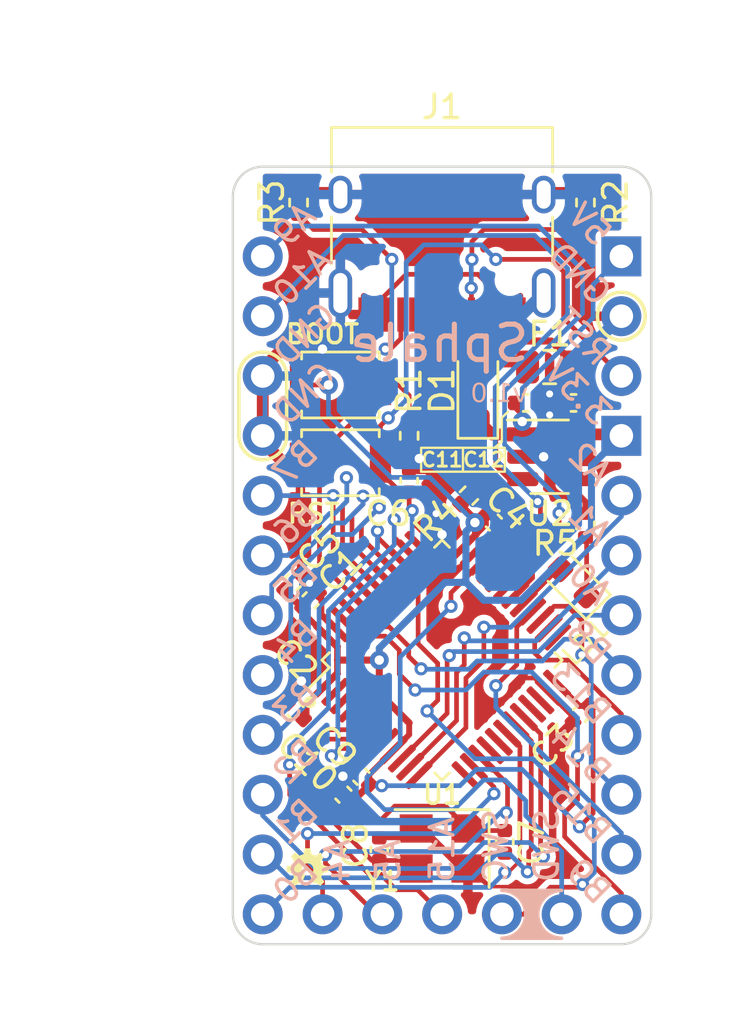
<source format=kicad_pcb>
(kicad_pcb (version 20221018) (generator pcbnew)
  (title_block (title "Sphale") (rev "1.0") (comment 1 "The Pro Micro compatible STM32 board"))
  (layers (0 "F.Cu" signal) (31 "B.Cu" signal) (34 "B.Paste" user) (35 "F.Paste" user) (36 "B.SilkS" user "B.Silkscreen") (37 "F.SilkS" user "F.Silkscreen") (38 "B.Mask" user) (39 "F.Mask" user) (44 "Edge.Cuts" user))
  (net 0 "")
  (net 1 "+3.3V")
  (net 2 "GND")
  (net 3 "RST")
  (net 4 "OSC_OUT")
  (net 5 "OSC_IN")
  (net 6 "+5V")
  (net 7 "/5V_fuse")
  (net 8 "VBUS")
  (net 9 "Net-(J1-CC1)")
  (net 10 "USB_D+")
  (net 11 "USB_D-")
  (net 13 "Net-(J1-CC2)")
  (net 15 "PA9")
  (net 16 "PA10")
  (net 17 "PB7")
  (net 18 "PB6")
  (net 19 "PB5")
  (net 20 "PB4")
  (net 21 "PB3")
  (net 22 "PB2")
  (net 23 "PB1")
  (net 24 "PB0")
  (net 25 "PA2")
  (net 26 "PA1")
  (net 27 "PA0")
  (net 28 "PB8")
  (net 29 "PB13")
  (net 30 "PB14")
  (net 31 "PB15")
  (net 32 "PB9")
  (net 33 "PA5")
  (net 34 "PA4")
  (net 35 "PA15")
  (net 36 "PA14")
  (net 37 "PA13")
  (net 48 "Net-(U1-BOOT0)")
  (net 49 "PA8")
  (net 50 "Net-(LD1-K)")
  (footprint "Capacitor_SMD:C_0402_1005Metric" (layer "F.Cu") (at 134.112 100.965 45)
    (fp_text reference "C1")
    (fp_text value "100nF")
  )
  (footprint "Capacitor_SMD:C_0402_1005Metric" (layer "F.Cu") (at 143.256 92.583)
    (fp_text reference "C11")
    (fp_text value "1uF")
  )
  (footprint "Capacitor_SMD:C_0402_1005Metric" (layer "F.Cu") (at 136.271 108.458 135)
    (fp_text reference "C9")
    (fp_text value "10nF")
  )
  (footprint "Diode_SMD:D_SOD-323_HandSoldering" (layer "F.Cu") (at 141.224 92.075 90)
    (fp_text reference "D1")
    (fp_text value "1N5817")
  )
  (footprint "Capacitor_SMD:C_0402_1005Metric" (layer "F.Cu") (at 135.509 109.22 135)
    (fp_text reference "C10")
    (fp_text value "1uF")
  )
  (footprint "Connector_USB:USB_C_Receptacle_HRO_TYPE-C-31-M-12" (layer "F.Cu") (at 139.7 84.784 180)
    (fp_text reference "J1")
    (fp_text value "USB_C_Receptacle_USB2.0")
  )
  (footprint "Resistor_SMD:R_0402_1005Metric" (layer "F.Cu") (at 140.843 96.52 -135)
    (fp_text reference "R4")
    (fp_text value "1.5k")
  )
  (footprint "Resistor_SMD:R_0402_1005Metric" (layer "F.Cu") (at 145.796 84.074 90)
    (fp_text reference "R2")
    (fp_text value "5.1k")
  )
  (footprint "LED_SMD:LED_0603_1608Metric" (layer "F.Cu") (at 145.288 100.203 135)
    (fp_text reference "LD1")
    (fp_text value "Red")
  )
  (footprint "Package_TO_SOT_SMD:SOT-23-5" (layer "F.Cu") (at 144.272 94.869)
    (fp_text reference "U2")
    (fp_text value "RT9013-33GB")
  )
  (footprint "Capacitor_SMD:C_0402_1005Metric" (layer "F.Cu") (at 145.6071 105.791 -135)
    (fp_text reference "C3")
    (fp_text value "100nF")
  )
  (footprint "Connector_PinHeader_2.54mm:PinHeader_1x05_P2.54mm_Vertical" (layer "F.Cu") (at 134.625 114.3 90)
    (fp_text reference "J4" hide)
    (fp_text value "Conn_01x05")
  )
  (footprint "Capacitor_SMD:C_0402_1005Metric" (layer "F.Cu") (at 137.033 111.534 -90)
    (fp_text reference "C8")
    (fp_text value "12pF")
  )
  (footprint "Fuse:Fuse_0805_2012Metric" (layer "F.Cu") (at 144.272 91.059 180)
    (fp_text reference "F1")
    (fp_text value "500mA 6V")
  )
  (footprint "Button_Switch_SMD:SW_SPST_B3U-1000P" (layer "F.Cu") (at 135.382 95.123)
    (fp_text reference "SW1" hide)
    (fp_text value "RESET")
  )
  (footprint "Crystal:Crystal_SMD_3225-4Pin_3.2x2.5mm" (layer "F.Cu") (at 139.7 111.506 180)
    (fp_text reference "Y1")
    (fp_text value "8MHz")
  )
  (footprint "Capacitor_SMD:C_0402_1005Metric" (layer "F.Cu") (at 145.288 92.583 180)
    (fp_text reference "C12")
    (fp_text value "1uF")
  )
  (footprint "Capacitor_SMD:C_0402_1005Metric" (layer "F.Cu") (at 142.367 111.224 90)
    (fp_text reference "C7")
    (fp_text value "12pF")
  )
  (footprint "Capacitor_SMD:C_0402_1005Metric" (layer "F.Cu") (at 138.303 95.885 90)
    (fp_text reference "C6")
    (fp_text value "100nF")
  )
  (footprint "Capacitor_SMD:C_0402_1005Metric" (layer "F.Cu") (at 133.35 100.203 45)
    (fp_text reference "C5")
    (fp_text value "10uF")
  )
  (footprint "Resistor_SMD:R_0402_1005Metric" (layer "F.Cu") (at 138.303 93.98 90)
    (fp_text reference "R1")
    (fp_text value "10k")
  )
  (footprint "Button_Switch_SMD:SW_SPST_B3U-1000P" (layer "F.Cu") (at 135.382 91.821 180)
    (fp_text reference "SW3" hide)
    (fp_text value "BOOT")
  )
  (footprint "Resistor_SMD:R_0402_1005Metric" (layer "F.Cu") (at 145.796 97.788 -90)
    (fp_text reference "R5")
    (fp_text value "10k")
  )
  (footprint "Capacitor_SMD:C_0402_1005Metric" (layer "F.Cu") (at 133.477 105.664 135)
    (fp_text reference "C2")
    (fp_text value "100nF")
  )
  (footprint "Package_QFP:LQFP-48_7x7mm_P0.5mm" (layer "F.Cu") (at 139.7 103.505 45)
    (fp_text reference "U1")
    (fp_text value "STM32F303CCTx")
  )
  (footprint "Capacitor_SMD:C_0402_1005Metric" (layer "F.Cu") (at 141.9006 97.663 -45)
    (fp_text reference "C4")
    (fp_text value "100nF")
  )
  (footprint "Resistor_SMD:R_0402_1005Metric" (layer "F.Cu") (at 133.604 84.074 90)
    (fp_text reference "R3")
    (fp_text value "5.1k")
  )
  (footprint "Connector_PinHeader_2.54mm:PinHeader_1x12_P2.54mm_Vertical" (layer "B.Cu") (at 132.08 86.36 180)
    (fp_text reference "J2" hide)
    (fp_text value "Conn_01x12")
  )
  (footprint "Connector_PinHeader_2.54mm:PinHeader_1x12_P2.54mm_Vertical" (layer "B.Cu") (at 147.32 86.36 180)
    (fp_text reference "J3" hide)
    (fp_text value "Conn_01x12")
  )
  (gr_poly (pts (arc (start 144.78 113.284) (mid 143.764 114.3) (end 144.78 115.316)) (arc (start 142.24 115.316) (mid 143.256 114.3) (end 142.24 113.284))) (stroke (width 0.15)) (fill solid) (layer "B.SilkS"))
  (gr_rect (start 138.811 94.488) (end 142.367 95.504) (stroke (width 0.1)) (fill none) (layer "F.SilkS"))
  (gr_circle (center 134.085964 105.290442) (end 134.339964 105.290442) (fill solid) (layer "F.SilkS"))
  (gr_line (start 133.096 91.44) (end 133.096 93.98) (stroke (width 0.15)) (layer "F.SilkS"))
  (gr_line (start 142.24 94.234) (end 142.24 93.218) (stroke (width 0.1)) (layer "F.SilkS"))
  (gr_circle (center 147.32 88.9) (end 148.336 88.9) (stroke (width 0.15)) (fill none) (layer "F.SilkS"))
  (gr_arc (start 131.064 91.44) (mid 132.08 90.424) (end 133.096 91.44) (stroke (width 0.15)) (layer "F.SilkS"))
  (gr_line (start 141.9225 94.488) (end 142.24 94.234) (stroke (width 0.1)) (layer "F.SilkS"))
  (gr_line (start 140.589 94.488) (end 140.589 95.504) (stroke (width 0.1)) (layer "F.SilkS"))
  (gr_line (start 142.24 93.218) (end 142.494 92.964) (stroke (width 0.1)) (layer "F.SilkS"))
  (gr_poly (pts (xy 134.100371 111.496218) (xy 134.100875 111.496255) (xy 134.101376 111.496317) (xy 134.101874 111.496402) (xy 134.102367 111.49651) (xy 134.102857 111.49664) (xy 134.10334 111.496793) (xy 134.103818 111.496966) (xy 134.104288 111.49716) (xy 134.104751 111.497373) (xy 134.105205 111.497606) (xy 134.10565 111.497858) (xy 134.106085 111.498127) (xy 134.10651 111.498414) (xy 134.106923 111.498718) (xy 134.107323 111.499038) (xy 134.107711 111.499373) (xy 134.108085 111.499723) (xy 134.108445 111.500088) (xy 134.10879 111.500466) (xy 134.109118 111.500858) (xy 134.10943 111.501262) (xy 134.109724 111.501677) (xy 134.110001 111.502104) (xy 134.110258 111.502542) (xy 134.110496 111.502989) (xy 134.110713 111.503446) (xy 134.110909 111.503912) (xy 134.111084 111.504385) (xy 134.111235 111.504867) (xy 134.111363 111.505355) (xy 134.111468 111.505849) (xy 134.153338 111.730785) (xy 134.153444 111.731283) (xy 134.153572 111.731783) (xy 134.153894 111.732785) (xy 134.154298 111.733784) (xy 134.154778 111.734773) (xy 134.15533 111.735746) (xy 134.155946 111.736696) (xy 134.156622 111.737617) (xy 134.157351 111.738502) (xy 134.158129 111.739345) (xy 134.15895 111.740139) (xy 134.159807 111.740877) (xy 134.160696 111.741554) (xy 134.16161 111.742162) (xy 134.162544 111.742696) (xy 134.163017 111.742932) (xy 134.163493 111.743147) (xy 134.163971 111.743341) (xy 134.16445 111.743511) (xy 134.31521 111.805225) (xy 134.316147 111.805637) (xy 134.31714 111.805982) (xy 134.318181 111.806259) (xy 134.319262 111.806469) (xy 134.320372 111.806613) (xy 134.321505 111.806692) (xy 134.322651 111.806706) (xy 134.323801 111.806656) (xy 134.324946 111.806541) (xy 134.326078 111.806364) (xy 134.327188 111.806124) (xy 134.328268 111.805822) (xy 134.329308 111.805459) (xy 134.330299 111.805035) (xy 134.331234 111.804551) (xy 134.332104 111.804008) (xy 134.520024 111.67505) (xy 134.520447 111.674774) (xy 134.520883 111.67452) (xy 134.52133 111.674287) (xy 134.521788 111.674076) (xy 134.522256 111.673885) (xy 134.522732 111.673716) (xy 134.523217 111.673568) (xy 134.523708 111.67344) (xy 134.524204 111.673334) (xy 134.524706 111.673248) (xy 134.52572 111.673139) (xy 134.526742 111.673111) (xy 134.527765 111.673165) (xy 134.52878 111.673299) (xy 134.52978 111.673514) (xy 134.530758 111.673807) (xy 134.531236 111.673984) (xy 134.531705 111.674179) (xy 134.532165 111.674395) (xy 134.532615 111.674629) (xy 134.533053 111.674883) (xy 134.533478 111.675156) (xy 134.533891 111.675449) (xy 134.534289 111.67576) (xy 134.534672 111.67609) (xy 134.535039 111.676439) (xy 134.6933 111.8347) (xy 134.693649 111.835067) (xy 134.693978 111.83545) (xy 134.694289 111.835848) (xy 134.694581 111.836261) (xy 134.694854 111.836687) (xy 134.695107 111.837125) (xy 134.695556 111.838036) (xy 134.695926 111.838984) (xy 134.696218 111.839963) (xy 134.696431 111.840964) (xy 134.696564 111.841981) (xy 134.696617 111.843004) (xy 134.696588 111.844028) (xy 134.696479 111.845043) (xy 134.696287 111.846042) (xy 134.696013 111.847018) (xy 134.695845 111.847495) (xy 134.695655 111.847963) (xy 134.695445 111.848421) (xy 134.695214 111.848869) (xy 134.694962 111.849305) (xy 134.694688 111.849728) (xy 134.567979 112.034407) (xy 134.567435 112.03528) (xy 134.566951 112.036216) (xy 134.566529 112.037208) (xy 134.56617 112.038245) (xy 134.565873 112.039321) (xy 134.56564 112.040426) (xy 134.565471 112.041552) (xy 134.565367 112.04269) (xy 134.565327 112.043832) (xy 134.565354 112.04497) (xy 134.565446 112.046094) (xy 134.565606 112.047197) (xy 134.565832 112.04827) (xy 134.566127 112.049304) (xy 134.566489 112.05029) (xy 134.566921 112.051221) (xy 134.633583 112.206743) (xy 134.633964 112.207698) (xy 134.634432 112.208645) (xy 134.634981 112.209577) (xy 134.635604 112.210488) (xy 134.636294 112.211375) (xy 134.637045 112.212229) (xy 134.637851 112.213047) (xy 134.638704 112.213823) (xy 134.639599 112.21455) (xy 134.640528 112.215223) (xy 134.641485 112.215837) (xy 134.642463 112.216386) (xy 134.643455 112.216864) (xy 134.644456 112.217265) (xy 134.645458 112.217585) (xy 134.646455 112.217816) (xy 134.863929 112.258258) (xy 134.864422 112.258364) (xy 134.864909 112.258495) (xy 134.86539 112.258648) (xy 134.865862 112.258824) (xy 134.866327 112.259022) (xy 134.866783 112.259241) (xy 134.86723 112.25948) (xy 134.867666 112.259738) (xy 134.868507 112.260311) (xy 134.869301 112.260952) (xy 134.870043 112.261657) (xy 134.870727 112.26242) (xy 134.87135 112.263234) (xy 134.871905 112.264094) (xy 134.872388 112.264994) (xy 134.872601 112.265457) (xy 134.872794 112.265928) (xy 134.872966 112.266406) (xy 134.873118 112.26689) (xy 134.873247 112.26738) (xy 134.873354 112.267874) (xy 134.873439 112.268373) (xy 134.873499 112.268875) (xy 134.873535 112.26938) (xy 134.873547 112.269886) (xy 134.87352 112.49371) (xy 134.873508 112.494216) (xy 134.87347 112.49472) (xy 134.873408 112.495221) (xy 134.873323 112.49572) (xy 134.873215 112.496214) (xy 134.873084 112.496704) (xy 134.872931 112.497188) (xy 134.872758 112.497667) (xy 134.872563 112.498138) (xy 134.872349 112.498602) (xy 134.872116 112.499057) (xy 134.871864 112.499503) (xy 134.871594 112.499939) (xy 134.871307 112.500364) (xy 134.871003 112.500778) (xy 134.870683 112.50118) (xy 134.870347 112.501569) (xy 134.869996 112.501944) (xy 134.869632 112.502304) (xy 134.869253 112.502649) (xy 134.868862 112.502979) (xy 134.868458 112.503291) (xy 134.868042 112.503586) (xy 134.867616 112.503862) (xy 134.867178 112.50412) (xy 134.866731 112.504358) (xy 134.866275 112.504575) (xy 134.86581 112.504771) (xy 134.865337 112.504944) (xy 134.864857 112.505095) (xy 134.86437 112.505223) (xy 134.863876 112.505326) (xy 134.651747 112.544801) (xy 134.651247 112.544904) (xy 134.650747 112.545029) (xy 134.650246 112.545177) (xy 134.649746 112.545347) (xy 134.64875 112.545748) (xy 134.647766 112.546228) (xy 134.6468 112.54678) (xy 134.645858 112.547398) (xy 134.644946 112.548076) (xy 134.644072 112.54881) (xy 134.643241 112.549593) (xy 134.642459 112.550418) (xy 134.641733 112.551281) (xy 134.64107 112.552176) (xy 134.640475 112.553096) (xy 134.639955 112.554037) (xy 134.639517 112.554991) (xy 134.63933 112.555472) (xy 134.639166 112.555954) (xy 134.572941 112.721384) (xy 134.572531 112.722325) (xy 134.572189 112.723322) (xy 134.571915 112.724365) (xy 134.571708 112.725447) (xy 134.571567 112.726559) (xy 134.571491 112.727691) (xy 134.57148 112.728836) (xy 134.571533 112.729985) (xy 134.57165 112.731129) (xy 134.571829 112.73226) (xy 134.57207 112.733368) (xy 134.572373 112.734446) (xy 134.572736 112.735484) (xy 134.57316 112.736475) (xy 134.573643 112.737409) (xy 134.574184 112.738278) (xy 134.694688 112.913869) (xy 134.694964 112.914292) (xy 134.695218 112.914728) (xy 134.695451 112.915176) (xy 134.695663 112.915635) (xy 134.695853 112.916103) (xy 134.696023 112.91658) (xy 134.696171 112.917065) (xy 134.696298 112.917557) (xy 134.696405 112.918054) (xy 134.69649 112.918557) (xy 134.6966 112.919573) (xy 134.696627 112.920598) (xy 134.696573 112.921623) (xy 134.696439 112.92264) (xy 134.696225 112.923643) (xy 134.695931 112.924623) (xy 134.695755 112.925102) (xy 134.695559 112.925572) (xy 134.695344 112.926033) (xy 134.695109 112.926483) (xy 134.694855 112.926922) (xy 134.694582 112.927349) (xy 134.69429 112.927762) (xy 134.693979 112.92816) (xy 134.693648 112.928543) (xy 134.693299 112.92891) (xy 134.535012 113.087171) (xy 134.534648 113.087517) (xy 134.534267 113.087845) (xy 134.53387 113.088155) (xy 134.533459 113.088445) (xy 134.533035 113.088716) (xy 134.532598 113.088969) (xy 134.53169 113.089416) (xy 134.530743 113.089786) (xy 134.529765 113.090078) (xy 134.528764 113.090291) (xy 134.527748 113.090425) (xy 134.526724 113.090479) (xy 134.5257 113.090453) (xy 134.524685 113.090345) (xy 134.523685 113.090155) (xy 134.522708 113.089882) (xy 134.522231 113.089714) (xy 134.521763 113.089526) (xy 134.521304 113.089316) (xy 134.520857 113.089085) (xy 134.520421 113.088833) (xy 134.519997 113.08856) (xy 134.347502 112.970172) (xy 134.346635 112.969632) (xy 134.345706 112.969159) (xy 134.344724 112.968752) (xy 134.343698 112.968413) (xy 134.342635 112.96814) (xy 134.341544 112.967934) (xy 134.340434 112.967796) (xy 134.339313 112.967725) (xy 134.33819 112.967721) (xy 134.337072 112.967786) (xy 134.335969 112.967918) (xy 134.334889 112.968118) (xy 134.33384 112.968387) (xy 134.332831 112.968724) (xy 134.33187 112.969129) (xy 134.330966 112.969603) (xy 134.254898 113.010217) (xy 134.254443 113.010433) (xy 134.253984 113.010623) (xy 134.253523 113.010788) (xy 134.253059 113.010926) (xy 134.252594 113.01104) (xy 134.252128 113.011128) (xy 134.251662 113.011192) (xy 134.251198 113.011231) (xy 134.250735 113.011247) (xy 134.250274 113.011238) (xy 134.249817 113.011206) (xy 134.249365 113.011151) (xy 134.248917 113.011073) (xy 134.248474 113.010972) (xy 134.248039 113.010848) (xy 134.24761 113.010703) (xy 134.24719 113.010536) (xy 134.246779 113.010347) (xy 134.246377 113.010138) (xy 134.245986 113.009907) (xy 134.245606 113.009656) (xy 134.245238 113.009384) (xy 134.244883 113.009092) (xy 134.244541 113.008781) (xy 134.244214 113.00845) (xy 134.243903 113.0081) (xy 134.243607 113.007731) (xy 134.243328 113.007343) (xy 134.243067 113.006937) (xy 134.242824 113.006514) (xy 134.2426 113.006072) (xy 134.242396 113.005613) (xy 134.085565 112.626624) (xy 134.085383 112.626153) (xy 134.085226 112.625674) (xy 134.085092 112.625189) (xy 134.084982 112.624699) (xy 134.084895 112.624204) (xy 134.084831 112.623706) (xy 134.084789 112.623205) (xy 134.08477 112.622702) (xy 134.084772 112.622199) (xy 134.084796 112.621695) (xy 134.084841 112.621193) (xy 134.084907 112.620692) (xy 134.084994 112.620194) (xy 134.085102 112.6197) (xy 134.085229 112.61921) (xy 134.085376 112.618726) (xy 134.085543 112.618248) (xy 134.085728 112.617778) (xy 134.085933 112.617315) (xy 134.086156 112.616862) (xy 134.086397 112.616418) (xy 134.086657 112.615986) (xy 134.086934 112.615565) (xy 134.087228 112.615157) (xy 134.087539 112.614762) (xy 134.087867 112.614382) (xy 134.088211 112.614017) (xy 134.088572 112.613669) (xy 134.088948 112.613337) (xy 134.08934 112.613024) (xy 134.089747 112.61273) (xy 134.090168 112.612456) (xy 134.109205 112.600801) (xy 134.110575 112.599928) (xy 134.112038 112.598932) (xy 134.113566 112.597834) (xy 134.115132 112.596657) (xy 134.116707 112.595421) (xy 134.118265 112.594148) (xy 134.119778 112.592861) (xy 134.121217 112.59158) (xy 134.133819 112.582954) (xy 134.145846 112.573589) (xy 134.157265 112.563516) (xy 134.168043 112.552769) (xy 134.178148 112.54138) (xy 134.187546 112.529382) (xy 134.196205 112.516807) (xy 134.204091 112.503689) (xy 134.211173 112.490059) (xy 134.217417 112.47595) (xy 134.222791 112.461396) (xy 134.227261 112.446428) (xy 134.230795 112.431079) (xy 134.23336 112.415382) (xy 134.234923 112.39937) (xy 134.235451 112.383075) (xy 134.235129 112.370337) (xy 134.234173 112.357766) (xy 134.232599 112.345378) (xy 134.230422 112.333188) (xy 134.227658 112.321212) (xy 134.224323 112.309466) (xy 134.220431 112.297965) (xy 134.215999 112.286724) (xy 134.211043 112.275759) (xy 134.205576 112.265086) (xy 134.199616 112.25472) (xy 134.193178 112.244677) (xy 134.186277 112.234972) (xy 134.178929 112.225621) (xy 134.171149 112.21664) (xy 134.162954 112.208043) (xy 134.154357 112.199847) (xy 134.145376 112.192067) (xy 134.136026 112.184719) (xy 134.126321 112.177818) (xy 134.116279 112.171379) (xy 134.105914 112.165419) (xy 134.095241 112.159953) (xy 134.084277 112.154996) (xy 134.073037 112.150564) (xy 134.061536 112.146672) (xy 134.049791 112.143337) (xy 134.037816 112.140573) (xy 134.025627 112.138396) (xy 134.01324 112.136822) (xy 134.00067 112.135866) (xy 133.987933 112.135544) (xy 133.975196 112.135866) (xy 133.962627 112.136822) (xy 133.950239 112.138396) (xy 133.93805 112.140573) (xy 133.926075 112.143337) (xy 133.914329 112.146672) (xy 133.902828 112.150564) (xy 133.891588 112.154996) (xy 133.880623 112.159953) (xy 133.86995 112.165419) (xy 133.859584 112.171379) (xy 133.849541 112.177818) (xy 133.839836 112.184719) (xy 133.830485 112.192067) (xy 133.821503 112.199847) (xy 133.812907 112.208043) (xy 133.80471 112.21664) (xy 133.79693 112.225621) (xy 133.789581 112.234972) (xy 133.78268 112.244677) (xy 133.776241 112.25472) (xy 133.77028 112.265086) (xy 133.764814 112.275759) (xy 133.759856 112.286724) (xy 133.755424 112.297965) (xy 133.751532 112.309466) (xy 133.748196 112.321212) (xy 133.745432 112.333188) (xy 133.743255 112.345378) (xy 133.741681 112.357766) (xy 133.740725 112.370337) (xy 133.740402 112.383075) (xy 133.740535 112.391256) (xy 133.740931 112.39937) (xy 133.741585 112.407414) (xy 133.742494 112.415382) (xy 133.743654 112.423272) (xy 133.74506 112.431079) (xy 133.746708 112.438799) (xy 133.748594 112.446428) (xy 133.750715 112.453962) (xy 133.753065 112.461396) (xy 133.755642 112.468727) (xy 133.75844 112.47595) (xy 133.761455 112.483062) (xy 133.764685 112.490059) (xy 133.771767 112.503689) (xy 133.779654 112.516807) (xy 133.788314 112.529382) (xy 133.797712 112.54138) (xy 133.807816 112.552769) (xy 133.818594 112.563516) (xy 133.830011 112.573589) (xy 133.842037 112.582954) (xy 133.854636 112.59158) (xy 133.856084 112.592861) (xy 133.857602 112.594148) (xy 133.859163 112.595421) (xy 133.86074 112.596657) (xy 133.862307 112.597834) (xy 133.863836 112.598932) (xy 133.865301 112.599928) (xy 133.866675 112.600801) (xy 133.885712 112.612456) (xy 133.886136 112.61273) (xy 133.886545 112.613024) (xy 133.886939 112.613337) (xy 133.887317 112.613669) (xy 133.887678 112.614017) (xy 133.888024 112.614382) (xy 133.888665 112.615157) (xy 133.889238 112.615986) (xy 133.889739 112.616862) (xy 133.890167 112.617778) (xy 133.890519 112.618726) (xy 133.890792 112.6197) (xy 133.890985 112.620692) (xy 133.891095 112.621695) (xy 133.89112 112.622702) (xy 133.891056 112.623706) (xy 133.890991 112.624204) (xy 133.890903 112.624699) (xy 133.890791 112.625189) (xy 133.890657 112.625674) (xy 133.890498 112.626153) (xy 133.890316 112.626624) (xy 133.733471 113.0056) (xy 133.733267 113.006059) (xy 133.733043 113.006501) (xy 133.7328 113.006925) (xy 133.732538 113.007331) (xy 133.732259 113.007719) (xy 133.731963 113.008088) (xy 133.731651 113.008438) (xy 133.731324 113.008769) (xy 133.730982 113.009081) (xy 133.730626 113.009373) (xy 133.730258 113.009645) (xy 133.729878 113.009897) (xy 133.729486 113.010128) (xy 133.729084 113.010339) (xy 133.728672 113.010527) (xy 133.728252 113.010695) (xy 133.727823 113.010841) (xy 133.727387 113.010964) (xy 133.726945 113.011065) (xy 133.726497 113.011143) (xy 133.726044 113.011199) (xy 133.725587 113.011231) (xy 133.725126 113.011239) (xy 133.724664 113.011224) (xy 133.724199 113.011184) (xy 133.723734 113.01112) (xy 133.723269 113.011031) (xy 133.722804 113.010917) (xy 133.722341 113.010778) (xy 133.72188 113.010612) (xy 133.721423 113.010421) (xy 133.720969 113.010204) (xy 133.644901 112.96959) (xy 133.643999 112.969116) (xy 133.64304 112.968711) (xy 133.642032 112.968375) (xy 133.640984 112.968107) (xy 133.639904 112.967908) (xy 133.638801 112.967776) (xy 133.637683 112.967713) (xy 133.636559 112.967717) (xy 133.635437 112.967788) (xy 133.634326 112.967927) (xy 133.633235 112.968133) (xy 133.632171 112.968405) (xy 133.631144 112.968744) (xy 133.630161 112.96915) (xy 133.629232 112.969621) (xy 133.628365 112.970159) (xy 133.455883 113.088547) (xy 133.455458 113.08882) (xy 133.455021 113.089072) (xy 133.454573 113.089303) (xy 133.454113 113.089513) (xy 133.453645 113.089701) (xy 133.453167 113.089869) (xy 133.452682 113.090016) (xy 133.45219 113.090142) (xy 133.451692 113.090247) (xy 133.451189 113.090332) (xy 133.450173 113.09044) (xy 133.44915 113.090466) (xy 133.448126 113.090412) (xy 133.447109 113.090278) (xy 133.446108 113.090065) (xy 133.44513 113.089773) (xy 133.444653 113.089597) (xy 133.444183 113.089403) (xy 133.443723 113.089189) (xy 133.443274 113.088955) (xy 133.442837 113.088703) (xy 133.442411 113.088432) (xy 133.442 113.088142) (xy 133.441602 113.087832) (xy 133.44122 113.087504) (xy 133.440855 113.087158) (xy 133.282568 112.928897) (xy 133.28222 112.92853) (xy 133.281891 112.928147) (xy 133.281581 112.927749) (xy 133.281289 112.927336) (xy 133.281017 112.926909) (xy 133.280764 112.92647) (xy 133.280315 112.925559) (xy 133.279944 112.92461) (xy 133.279652 112.92363) (xy 133.279438 112.922627) (xy 133.279303 112.92161) (xy 133.279249 112.920585) (xy 133.279276 112.91956) (xy 133.279385 112.918544) (xy 133.279576 112.917544) (xy 133.27985 112.916567) (xy 133.280019 112.91609) (xy 133.280208 112.915621) (xy 133.280419 112.915163) (xy 133.280651 112.914715) (xy 133.280904 112.914279) (xy 133.281179 112.913856) (xy 133.40167 112.738265) (xy 133.402216 112.737396) (xy 133.402702 112.736462) (xy 133.403128 112.735471) (xy 133.403494 112.734433) (xy 133.403798 112.733355) (xy 133.404041 112.732246) (xy 133.40422 112.731116) (xy 133.404337 112.729972) (xy 133.40439 112.728823) (xy 133.404379 112.727678) (xy 133.404303 112.726546) (xy 133.404161 112.725434) (xy 133.403953 112.724352) (xy 133.403678 112.723309) (xy 133.403336 112.722312) (xy 133.402927 112.721371) (xy 133.336701 112.555941) (xy 133.336538 112.555459) (xy 133.336352 112.554978) (xy 133.335914 112.554023) (xy 133.335394 112.553083) (xy 133.334799 112.552163) (xy 133.334134 112.551268) (xy 133.333406 112.550405) (xy 133.332622 112.549579) (xy 133.331788 112.548797) (xy 133.330911 112.548063) (xy 133.329998 112.547385) (xy 133.329054 112.546766) (xy 133.328086 112.546215) (xy 133.327101 112.545735) (xy 133.326105 112.545334) (xy 133.325105 112.545016) (xy 133.324605 112.544891) (xy 133.324107 112.544788) (xy 133.111978 112.505313) (xy 133.111483 112.50521) (xy 133.110995 112.505082) (xy 133.110514 112.504931) (xy 133.11004 112.504758) (xy 133.109574 112.504562) (xy 133.109118 112.504345) (xy 133.10867 112.504107) (xy 133.108233 112.503849) (xy 133.107806 112.503573) (xy 133.10739 112.503278) (xy 133.106595 112.502636) (xy 133.105852 112.501931) (xy 133.105166 112.501167) (xy 133.104543 112.500351) (xy 133.103986 112.49949) (xy 133.103502 112.498588) (xy 133.103094 112.497653) (xy 133.102921 112.497175) (xy 133.102769 112.496691) (xy 133.102638 112.496201) (xy 133.10253 112.495706) (xy 133.102445 112.495208) (xy 133.102383 112.494707) (xy 133.102346 112.494203) (xy 133.102333 112.493697) (xy 133.10232 112.269873) (xy 133.102333 112.269368) (xy 133.10237 112.268864) (xy 133.102432 112.268363) (xy 133.102517 112.267866) (xy 133.102624 112.267372) (xy 133.102755 112.266883) (xy 133.102906 112.2664) (xy 133.103079 112.265923) (xy 133.103273 112.265452) (xy 133.103486 112.26499) (xy 133.103718 112.264536) (xy 133.103969 112.264091) (xy 133.104239 112.263656) (xy 133.104525 112.263232) (xy 133.104828 112.262819) (xy 133.105148 112.262418) (xy 133.105483 112.262031) (xy 133.105833 112.261656) (xy 133.106198 112.261296) (xy 133.106576 112.260952) (xy 133.106967 112.260623) (xy 133.107371 112.26031) (xy 133.107787 112.260015) (xy 133.108214 112.259738) (xy 133.108652 112.259479) (xy 133.109099 112.259241) (xy 133.109557 112.259022) (xy 133.110023 112.258824) (xy 133.110497 112.258648) (xy 133.11098 112.258495) (xy 133.111469 112.258364) (xy 133.111964 112.258258) (xy 133.329425 112.217816) (xy 133.329925 112.217712) (xy 133.330427 112.217585) (xy 133.331433 112.217265) (xy 133.332436 112.216864) (xy 133.333431 112.216386) (xy 133.33441 112.215837) (xy 133.335368 112.215223) (xy 133.336297 112.21455) (xy 133.337191 112.213823) (xy 133.338043 112.213047) (xy 133.338848 112.212229) (xy 133.339598 112.211375) (xy 133.340286 112.210488) (xy 133.340907 112.209577) (xy 133.341453 112.208645) (xy 133.341919 112.207698) (xy 133.342119 112.207222) (xy 133.342297 112.206743) (xy 133.408972 112.051221) (xy 133.409402 112.05029) (xy 133.409762 112.049304) (xy 133.410055 112.04827) (xy 133.410281 112.047197) (xy 133.410439 112.046094) (xy 133.410531 112.04497) (xy 133.410557 112.043832) (xy 133.410518 112.04269) (xy 133.410415 112.041552) (xy 133.410247 112.040426) (xy 133.410016 112.039321) (xy 133.409722 112.038245) (xy 133.409366 112.037208) (xy 133.408947 112.036216) (xy 133.408468 112.03528) (xy 133.407927 112.034407) (xy 133.281205 111.849728) (xy 133.280929 111.849305) (xy 133.280675 111.848869) (xy 133.280442 111.848421) (xy 133.280231 111.847963) (xy 133.280041 111.847495) (xy 133.279872 111.847018) (xy 133.279724 111.846534) (xy 133.279597 111.846042) (xy 133.279491 111.845545) (xy 133.279406 111.845043) (xy 133.279297 111.844028) (xy 133.27927 111.843004) (xy 133.279325 111.841981) (xy 133.27946 111.840964) (xy 133.279675 111.839963) (xy 133.279968 111.838984) (xy 133.280144 111.838506) (xy 133.28034 111.838036) (xy 133.280555 111.837575) (xy 133.280789 111.837125) (xy 133.281043 111.836687) (xy 133.281315 111.836261) (xy 133.281607 111.835848) (xy 133.281917 111.83545) (xy 133.282246 111.835067) (xy 133.282594 111.8347) (xy 133.440868 111.676439) (xy 133.441234 111.67609) (xy 133.441616 111.67576) (xy 133.442013 111.675449) (xy 133.442425 111.675156) (xy 133.44285 111.674883) (xy 133.443288 111.674629) (xy 133.444197 111.674179) (xy 133.445144 111.673807) (xy 133.446122 111.673514) (xy 133.447123 111.673299) (xy 133.448139 111.673165) (xy 133.449163 111.673111) (xy 133.450187 111.673139) (xy 133.451203 111.673248) (xy 133.452203 111.67344) (xy 133.45318 111.673716) (xy 133.453658 111.673885) (xy 133.454127 111.674076) (xy 133.454586 111.674287) (xy 133.455035 111.67452) (xy 133.455472 111.674774) (xy 133.455896 111.67505) (xy 133.643803 111.804008) (xy 133.64467 111.804551) (xy 133.645603 111.805035) (xy 133.646593 111.805459) (xy 133.647632 111.805822) (xy 133.64871 111.806124) (xy 133.649819 111.806364) (xy 133.650951 111.806541) (xy 133.652096 111.806656) (xy 133.653246 111.806706) (xy 133.654392 111.806692) (xy 133.655526 111.806614) (xy 133.656638 111.806469) (xy 133.65772 111.806259) (xy 133.658763 111.805982) (xy 133.659758 111.805637) (xy 133.660697 111.805225) (xy 133.81147 111.743511) (xy 133.812429 111.743147) (xy 133.81338 111.742696) (xy 133.814315 111.742162) (xy 133.81523 111.741554) (xy 133.816119 111.740877) (xy 133.816976 111.740139) (xy 133.817796 111.739345) (xy 133.818574 111.738502) (xy 133.819303 111.737617) (xy 133.819978 111.736696) (xy 133.820593 111.735746) (xy 133.821144 111.734773) (xy 133.821623 111.733784) (xy 133.822027 111.732785) (xy 133.822348 111.731783) (xy 133.822582 111.730785) (xy 133.864439 111.505849) (xy 133.864543 111.505355) (xy 133.864672 111.504867) (xy 133.864823 111.504385) (xy 133.864998 111.503912) (xy 133.865194 111.503446) (xy 133.865411 111.502989) (xy 133.865649 111.502542) (xy 133.865906 111.502104) (xy 133.866182 111.501677) (xy 133.866476 111.501262) (xy 133.867117 111.500466) (xy 133.86782 111.499723) (xy 133.868582 111.499038) (xy 133.869395 111.498414) (xy 133.870253 111.497858) (xy 133.871152 111.497373) (xy 133.871614 111.49716) (xy 133.872084 111.496966) (xy 133.87256 111.496793) (xy 133.873043 111.49664) (xy 133.873531 111.49651) (xy 133.874024 111.496402) (xy 133.874521 111.496317) (xy 133.875021 111.496255) (xy 133.875524 111.496218) (xy 133.876028 111.496205) (xy 134.099866 111.496205)) (fill solid) (layer "F.SilkS"))
  (gr_line (start 131.064 93.98) (end 131.064 91.44) (stroke (width 0.15)) (layer "F.SilkS"))
  (gr_arc (start 133.096 93.98) (mid 132.08 94.996) (end 131.064 93.98) (stroke (width 0.15)) (layer "F.SilkS"))
  (gr_line locked (start 132.08 82.55) (end 147.32 82.55) (stroke (width 0.1)) (layer "Edge.Cuts"))
  (gr_arc locked (start 132.08 115.57) (mid 131.181974 115.198026) (end 130.81 114.3) (stroke (width 0.1)) (layer "Edge.Cuts"))
  (gr_line locked (start 130.81 114.3) (end 130.81 83.82) (stroke (width 0.1)) (layer "Edge.Cuts"))
  (gr_line locked (start 147.32 115.57) (end 132.08 115.57) (stroke (width 0.1)) (layer "Edge.Cuts"))
  (gr_line locked (start 148.59 83.82) (end 148.59 114.3) (stroke (width 0.1)) (layer "Edge.Cuts"))
  (gr_arc locked (start 147.32 82.55) (mid 148.218026 82.921974) (end 148.59 83.82) (stroke (width 0.1)) (layer "Edge.Cuts"))
  (gr_arc locked (start 148.59 114.3) (mid 148.218026 115.198026) (end 147.32 115.57) (stroke (width 0.1)) (layer "Edge.Cuts"))
  (gr_arc locked (start 130.81 83.82) (mid 131.181974 82.921974) (end 132.08 82.55) (stroke (width 0.1)) (layer "Edge.Cuts"))
  (gr_text "5V" (at 146.685 85.725 315) (layer "B.SilkS") (effects (font (size 1 1)) (justify left mirror)))
  (gr_text "B13" (at 146.685 106.045 315) (layer "B.SilkS") (effects (font (size 1 1)) (justify left mirror)))
  (gr_text "B2" (at 132.715 108.585 45) (layer "B.SilkS") (effects (font (size 1 1)) (justify right mirror)))
  (gr_text "B7" (at 132.715 95.885 45) (layer "B.SilkS") (effects (font (size 1 1)) (justify right mirror)))
  (gr_text "A2" (at 146.685 95.885 315) (layer "B.SilkS") (effects (font (size 1 1)) (justify left mirror)))
  (gr_text "3.3V" (at 146.685 93.345 315) (layer "B.SilkS") (effects (font (size 1 1)) (justify left mirror)))
  (gr_text "SWC" (at 141.986 113.03 90) (layer "B.SilkS") (effects (font (size 1 1)) (justify right mirror)))
  (gr_text "A5" (at 137.414 113.03 90) (layer "B.SilkS") (effects (font (size 1 1)) (justify right mirror)))
  (gr_text "B8" (at 146.685 103.505 315) (layer "B.SilkS") (effects (font (size 1 1)) (justify left mirror)))
  (gr_text "B15" (at 146.685 111.125 -45) (layer "B.SilkS") (effects (font (size 1 1)) (justify left mirror)))
  (gr_text "GND" (at 146.685 88.265 315) (layer "B.SilkS") (effects (font (size 1 1)) (justify left mirror)))
  (gr_text "A0" (at 146.685 100.965 315) (layer "B.SilkS") (effects (font (size 1 1)) (justify left mirror)))
  (gr_text "B5" (at 132.715 100.965 45) (layer "B.SilkS") (effects (font (size 1 1)) (justify right mirror)))
  (gr_text "A9" (at 132.715 85.725 45) (layer "B.SilkS") (effects (font (size 1 1)) (justify right mirror)))
  (gr_text "B14" (at 146.685 108.585 315) (layer "B.SilkS") (effects (font (size 1 1)) (justify left mirror)))
  (gr_text "GND" (at 132.715 93.345 45) (layer "B.SilkS") (effects (font (size 1 1)) (justify right mirror)))
  (gr_text "A4" (at 135.255 113.03 90) (layer "B.SilkS") (effects (font (size 1 1)) (justify right mirror)))
  (gr_text "B6" (at 132.715 98.425 45) (layer "B.SilkS") (effects (font (size 1 1)) (justify right mirror)))
  (gr_text "v${REVISION}" (at 143.357102 92.682) (layer "B.SilkS") (effects (font (size 0.8 0.8) (thickness 0.15) italic) (justify left bottom mirror)))
  (gr_text "A10" (at 132.715 88.265 45) (layer "B.SilkS") (effects (font (size 1 1)) (justify right mirror)))
  (gr_text "A1" (at 146.685 98.425 315) (layer "B.SilkS") (effects (font (size 1 1)) (justify left mirror)))
  (gr_text "RST" (at 146.685 90.805 315) (layer "B.SilkS") (effects (font (size 1 1)) (justify left mirror)))
  (gr_text "GND" (at 132.715 90.805 45) (layer "B.SilkS") (effects (font (size 1 1)) (justify right mirror)))
  (gr_text "SWD" (at 144.145 113.03 90) (layer "B.SilkS") (effects (font (size 1 1)) (justify right mirror)))
  (gr_text "B3" (at 132.715 106.045 45) (layer "B.SilkS") (effects (font (size 1 1)) (justify right mirror)))
  (gr_text "B4" (at 132.715 103.505 45) (layer "B.SilkS") (effects (font (size 1 1)) (justify right mirror)))
  (gr_text "B0" (at 132.715 113.665 45) (layer "B.SilkS") (effects (font (size 1 1)) (justify right mirror)))
  (gr_text "${TITLE}" (at 143.51 90.932) (layer "B.SilkS") (effects (font (size 1.5 1.5) (thickness 0.22)) (justify left bottom mirror)))
  (gr_text "A15" (at 139.7 113.03 90) (layer "B.SilkS") (effects (font (size 1 1)) (justify right mirror)))
  (gr_text "B9" (at 146.685 113.665 315) (layer "B.SilkS") (effects (font (size 1 1)) (justify left mirror)))
  (gr_text "B1" (at 132.715 111.125 45) (layer "B.SilkS") (effects (font (size 1 1)) (justify right mirror)))
  (segment (start 133.943 105.876822) (end 133.816411 106.003411) (width 0.25) (layer "F.Cu") (net 1))
  (segment (start 145.415 93.049675) (end 145.415 93.914) (width 0.3) (layer "F.Cu") (net 1))
  (segment (start 136.652 108.839) (end 136.610411 108.797411) (width 0.2) (layer "F.Cu") (net 1))
  (segment (start 147.259 93.919) (end 147.32 93.98) (width 0.2) (layer "F.Cu") (net 1))
  (segment (start 145.768 92.696675) (end 145.415 93.049675) (width 0.3) (layer "F.Cu") (net 1))
  (segment (start 133.943 105.373) (end 133.943 105.876822) (width 0.25) (layer "F.Cu") (net 1))
  (segment (start 141.097 97.4956) (end 140.482 96.8806) (width 0.25) (layer "F.Cu") (net 1))
  (segment (start 136.61 108.362) (end 136.61 108.797) (width 0.25) (layer "F.Cu") (net 1))
  (segment (start 137.641 107.332) (end 136.61 108.362) (width 0.25) (layer "F.Cu") (net 1))
  (segment (start 133.773 101.304) (end 133.773 101.467) (width 0.2) (layer "F.Cu") (net 1))
  (segment (start 138.303 106.669766) (end 137.640551 107.332215) (width 0.25) (layer "F.Cu") (net 1))
  (segment (start 146.12 110.003467) (end 146.12 105.625078) (width 0.2) (layer "F.Cu") (net 1))
  (segment (start 145.536 105.452) (end 145.947 105.452) (width 0.25) (layer "F.Cu") (net 1))
  (segment (start 144.588 104.504) (end 145.536 105.452) (width 0.25) (layer "F.Cu") (net 1))
  (segment (start 141.561189 97.754723) (end 141.561189 97.323589) (width 0.25) (layer "F.Cu") (net 1))
  (segment (start 134.874 91.821) (end 133.682 91.821) (width 0.2) (layer "F.Cu") (net 1))
  (segment (start 135.255 102.949) (end 135.255 103.505) (width 0.28) (layer "F.Cu") (net 1))
  (segment (start 146.12 105.625078) (end 145.946511 105.451589) (width 0.2) (layer "F.Cu") (net 1))
  (segment (start 137.033 104.902) (end 138.303 106.172) (width 0.3) (layer "F.Cu") (net 1))
  (segment (start 145.415 93.914) (end 145.41 93.919) (width 0.3) (layer "F.Cu") (net 1))
  (segment (start 141.097 98.2191) (end 140.699 98.6171) (width 0.2) (layer "F.Cu") (net 1))
  (segment (start 145.41 93.919) (end 147.259 93.919) (width 0.5) (layer "F.Cu") (net 1))
  (segment (start 133.773 101.467) (end 135.255 102.949) (width 0.25) (layer "F.Cu") (net 1))
  (segment (start 136.610411 108.797411) (end 135.848411 109.559411) (width 0.3) (layer "F.Cu") (net 1))
  (segment (start 137.137669 108.839) (end 136.652 108.839) (width 0.2) (layer "F.Cu") (net 1))
  (segment (start 145.5405 110.582967) (end 146.12 110.003467) (width 0.2) (layer "F.Cu") (net 1))
  (segment (start 141.097 97.663) (end 141.097 97.4956) (width 0.2) (layer "F.Cu") (net 1))
  (segment (start 133.011 100.542) (end 133.773 101.304) (width 0.3) (layer "F.Cu") (net 1))
  (segment (start 135.255 104.061) (end 133.943 105.373) (width 0.25) (layer "F.Cu") (net 1))
  (segment (start 137.033 103.505) (end 135.255 103.505) (width 0.3) (layer "F.Cu") (net 1))
  (segment (start 141.097 97.663) (end 141.097 97.495248) (width 0.25) (layer "F.Cu") (net 1))
  (segment (start 135.255 103.505) (end 135.255 104.061) (width 0.28) (layer "F.Cu") (net 1))
  (segment (start 141.097 97.495248) (end 140.482376 96.880624) (width 0.2) (layer "F.Cu") (net 1))
  (segment (start 141.097 97.663) (end 141.097 98.2191) (width 0.25) (layer "F.Cu") (net 1))
  (segment (start 145.768 92.583) (end 145.768 92.696675) (width 0.3) (layer "F.Cu") (net 1))
  (segment (start 140.698788 98.617124) (end 141.561189 97.754723) (width 0.25) (layer "F.Cu") (net 1))
  (segment (start 138.303 106.172) (end 138.303 106.669766) (width 0.25) (layer "F.Cu") (net 1))
  (segment (start 137.033 103.505) (end 137.033 104.902) (width 0.3) (layer "F.Cu") (net 1))
  (via (at 134.874 91.821) (size 0.8) (drill 0.4) (layers "F.Cu" "B.Cu") (net 1))
  (via (at 137.033 103.505) (size 0.8) (drill 0.4) (layers "F.Cu" "B.Cu") (net 1))
  (via (at 141.097 97.663) (size 0.8) (drill 0.4) (layers "F.Cu" "B.Cu") (net 1))
  (via (at 145.5405 110.582967) (size 0.56) (drill 0.3) (layers "F.Cu" "B.Cu") (net 1))
  (via (at 137.137669 108.839) (size 0.56) (drill 0.3) (layers "F.Cu" "B.Cu") (net 1))
  (segment (start 143.056894 100.965) (end 141.478 100.965) (width 0.3) (layer "B.Cu") (net 1))
  (segment (start 147.32 93.98) (end 146.05 95.25) (width 0.3) (layer "B.Cu") (net 1))
  (segment (start 141.478 100.965) (end 140.716 100.203) (width 0.3) (layer "B.Cu") (net 1))
  (segment (start 137.033 103.505) (end 137.033 102.997) (width 0.3) (layer "B.Cu") (net 1))
  (segment (start 137.529 95.746) (end 139.18 95.746) (width 0.2) (layer "B.Cu") (net 1))
  (segment (start 146.05 95.25) (end 146.05 97.971894) (width 0.3) (layer "B.Cu") (net 1))
  (segment (start 134.874 91.821) (end 134.874 93.091) (width 0.2) (layer "B.Cu") (net 1))
  (segment (start 140.462 108.839) (end 141.155 108.146) (width 0.2) (layer "B.Cu") (net 1))
  (segment (start 137.137669 108.839) (end 140.462 108.839) (width 0.2) (layer "B.Cu") (net 1))
  (segment (start 141.155 108.146) (end 143.103533 108.146) (width 0.2) (layer "B.Cu") (net 1))
  (segment (start 137.033 102.997) (end 139.827 100.203) (width 0.3) (layer "B.Cu") (net 1))
  (segment (start 139.18 95.746) (end 141.097 97.663) (width 0.2) (layer "B.Cu") (net 1))
  (segment (start 140.716 98.044) (end 141.097 97.663) (width 0.3) (layer "B.Cu") (net 1))
  (segment (start 139.827 100.203) (end 140.716 100.203) (width 0.3) (layer "B.Cu") (net 1))
  (segment (start 134.874 93.091) (end 137.529 95.746) (width 0.2) (layer "B.Cu") (net 1))
  (segment (start 143.103533 108.146) (end 145.5405 110.582967) (width 0.2) (layer "B.Cu") (net 1))
  (segment (start 146.05 97.971894) (end 143.056894 100.965) (width 0.3) (layer "B.Cu") (net 1))
  (segment (start 140.716 100.203) (end 140.716 98.044) (width 0.3) (layer "B.Cu") (net 1))
  (segment (start 144.399 111.351293) (end 144.399 106.9991) (width 0.2) (layer "F.Cu") (net 2))
  (segment (start 136.45 88.829) (end 136.295 88.829) (width 0.2) (layer "F.Cu") (net 2))
  (segment (start 143.105 88.829) (end 144.02 87.914) (width 0.5) (layer "F.Cu") (net 2))
  (segment (start 133.94 100.115) (end 134.07 100.245) (width 0.2) (layer "F.Cu") (net 2))
  (segment (start 144.808 92.583) (end 144.653 92.583) (width 0.2) (layer "F.Cu") (net 2))
  (segment (start 142.246955 105.2225) (end 141.725045 105.2225) (width 0.2) (layer "F.Cu") (net 2))
  (segment (start 142.731701 113.125) (end 141.7 113.125) (width 0.15) (layer "F.Cu") (net 2))
  (segment (start 140.336955 101.854) (end 139.825045 101.854) (width 0.2) (layer "F.Cu") (net 2))
  (segment (start 144.234322 104.857342) (end 143.641384 104.264404) (width 0.2) (layer "F.Cu") (net 2))
  (segment (start 134.451 100.626) (end 134.573 100.747) (width 0.25) (layer "F.Cu") (net 2))
  (segment (start 139.446 100.57702) (end 141.052342 98.970678) (width 0.2) (layer "F.Cu") (net 2))
  (segment (start 135.21 83.564) (end 133.604 83.564) (width 0.3) (layer "F.Cu") (net 2))
  (segment (start 133.7245 104.737678) (end 133.264589 105.197589) (width 0.2) (layer "F.Cu") (net 2))
  (segment (start 142.113 101.852045) (end 141.733955 101.473) (width 0.2) (layer "F.Cu") (net 2))
  (segment (start 136.147 108.119) (end 137.287 106.979) (width 0.25) (layer "F.Cu") (net 2))
  (segment (start 145.542 96.52) (end 144.653 96.52) (width 0.25) (layer "F.Cu") (net 2))
  (segment (start 143.205051 104.264404) (end 142.246955 105.2225) (width 0.2) (layer "F.Cu") (net 2))
  (segment (start 139.825045 101.854) (end 139.446 101.474955) (width 0.2) (layer "F.Cu") (net 2))
  (segment (start 145.796 83.564) (end 144.19 83.564) (width 0.3) (layer "F.Cu") (net 2))
  (segment (start 134.573 101.56) (end 135.1657 102.1527) (width 0.25) (layer "F.Cu") (net 2))
  (segment (start 139.446 101.474955) (end 139.446 100.57702) (width 0.2) (layer "F.Cu") (net 2))
  (segment (start 144.653 96.52) (end 144.399 96.266) (width 0.25) (layer "F.Cu") (net 2))
  (segment (start 138.7348 94.9452) (end 138.303 94.5134) (width 0.2) (layer "F.Cu") (net 2))
  (segment (start 138.303 95.377) (end 138.303 95.405) (width 0.2) (layer "F.Cu") (net 2))
  (segment (start 144.272 92.202) (end 144.272 94.615) (width 0.4) (layer "F.Cu") (net 2))
  (segment (start 141.534 111.704) (end 140.882 112.356) (width 0.2) (layer "F.Cu") (net 2))
  (segment (start 141.052 98.9707) (end 142.021 98.0024) (width 0.25) (layer "F.Cu") (net 2))
  (segment (start 135.38 83.734) (end 135.21 83.564) (width 0.2) (layer "F.Cu") (net 2))
  (segment (start 140.717955 101.473) (end 140.336955 101.854) (width 0.2) (layer "F.Cu") (net 2))
  (segment (start 142.763701 113.157) (end 142.731701 113.125) (width 0.15) (layer "F.Cu") (net 2))
  (segment (start 133.682 95.123) (end 133.682 99.8562) (width 0.3) (layer "F.Cu") (net 2))
  (segment (start 140.8 112.356) (end 140.55 112.356) (width 0.2) (layer "F.Cu") (net 2))
  (segment (start 133.7245 104.394) (end 133.7245 104.737678) (width 0.2) (layer "F.Cu") (net 2))
  (segment (start 143.891 92.583) (end 143.736 92.583) (width 0.2) (layer "F.Cu") (net 2))
  (segment (start 132.08 91.44) (end 132.08 93.98) (width 0.5) (layer "F.Cu") (net 2))
  (segment (start 138.85 110.656) (end 138.6 110.656) (width 0.2) (layer "F.Cu") (net 2))
  (segment (start 144.399 96.266) (end 144.399 95.25) (width 0.25) (layer "F.Cu") (net 2))
  (segment (start 134.62 90.297) (end 136.271 90.297) (width 0.5) (layer "F.Cu") (net 2))
  (segment (start 141.351 104.848455) (end 141.351 104.336545) (width 0.2) (layer "F.Cu") (net 2))
  (segment (start 140.882 112.356) (end 140.8 112.356) (width 0.2) (layer "F.Cu") (net 2))
  (segment (start 144.272 94.615) (end 144.018 94.869) (width 0.4) (layer "F.Cu") (net 2))
  (segment (start 135.487 108.436) (end 135.487 108.563) (width 0.2) (layer "F.Cu") (net 2))
  (segment (start 135.932 108.119) (end 136.147 108.119) (width 0.2) (layer "F.Cu") (net 2))
  (segment (start 139.7 99.1563) (end 140.2832 99.7395) (width 0.2) (layer "F.Cu") (net 2))
  (segment (start 133.94 100.115) (end 134.07 100.245) (width 0.2) (layer "F.Cu") (net 2))
  (segment (start 134.07 100.245) (end 133.689 99.8636) (width 0.2) (layer "F.Cu") (net 2))
  (segment (start 140.2832 99.7395) (end 141.052 98.9707) (width 0.2) (layer "F.Cu") (net 2))
  (segment (start 136.45 90.118) (end 136.45 88.829) (width 0.5) (layer "F.Cu") (net 2))
  (segment (start 138.303 94.5134) (end 138.303 94.49) (width 0.2) (layer "F.Cu") (net 2))
  (segment (start 144.19 83.564) (end 144.02 83.734) (width 0.2) (layer "F.Cu") (net 2))
  (segment (start 133.682 99.8562) (end 133.94 100.115) (width 0.2) (layer "F.Cu") (net 2))
  (segment (start 138.7348 94.9452) (end 138.303 95.377) (width 0.2) (layer "F.Cu") (net 2))
  (segment (start 132.906 90.297) (end 132.08 91.123) (width 0.5) (layer "F.Cu") (net 2))
  (segment (start 142.763701 113.157) (end 143.590203 113.157) (width 0.2) (layer "F.Cu") (net 2))
  (segment (start 132.08 94.234) (end 132.969 95.123) (width 0.5) (layer "F.Cu") (net 2))
  (segment (start 141.733955 101.473) (end 140.717955 101.473) (width 0.2) (layer "F.Cu") (net 2))
  (segment (start 138.202 111.054) (end 138.6 110.656) (width 0.2) (layer "F.Cu") (net 2))
  (segment (start 143.641384 104.264404) (end 143.205051 104.264404) (width 0.2) (layer "F.Cu") (net 2))
  (segment (start 144.399 95.25) (end 144.018 94.869) (width 0.25) (layer "F.Cu") (net 2))
  (segment (start 144.2343 104.8573) (end 145.268 105.891) (width 0.25) (layer "F.Cu") (net 2))
  (segment (start 135.487 108.436) (end 135.614 108.436) (width 0.2) (layer "F.Cu") (net 2))
  (segment (start 141.725045 105.2225) (end 141.351 104.848455) (width 0.2) (layer "F.Cu") (net 2))
  (segment (start 134.07 100.245) (end 134.451 100.626) (width 0.2) (layer "F.Cu") (net 2))
  (segment (start 134.62 90.297) (end 132.906 90.297) (width 0.5) (layer "F.Cu") (net 2))
  (segment (start 143.590203 113.157) (end 144.653 112.094203) (width 0.2) (layer "F.Cu") (net 2))
  (segment (start 142.95 88.829) (end 143.105 88.829) (width 0.5) (layer "F.Cu") (net 2))
  (segment (start 136.271 90.297) (end 136.45 90.118) (width 0.5) (layer "F.Cu") (net 2))
  (segment (start 145.796 97.278) (end 145.796 96.774) (width 0.25) (layer "F.Cu") (net 2))
  (segment (start 144.018 94.869) (end 143.1345 94.869) (width 0.4) (layer "F.Cu") (net 2))
  (segment (start 135.614 108.436) (end 135.932 108.119) (width 0.2) (layer "F.Cu") (net 2))
  (segment (start 142.113 103.574545) (end 142.113 101.852045) (width 0.2) (layer "F.Cu") (net 2))
  (segment (start 142.367 111.704) (end 141.534 111.704) (width 0.2) (layer "F.Cu") (net 2))
  (segment (start 137.033 111.054) (end 138.202 111.054) (width 0.2) (layer "F.Cu") (net 2))
  (segment (start 133.689 99.8636) (end 133.94 100.115) (width 0.2) (layer "F.Cu") (net 2))
  (segment (start 132.08 93.98) (end 132.08 94.234) (width 0.5) (layer "F.Cu") (net 2))
  (segment (start 143.1345 94.869) (end 143.134 94.869) (width 0.2) (layer "F.Cu") (net 2))
  (segment (start 134.573 100.747) (end 134.573 101.56) (width 0.25) (layer "F.Cu") (net 2))
  (segment (start 142.021 98.0024) (end 142.24 98.0024) (width 0.25) (layer "F.Cu") (net 2))
  (segment (start 132.08 91.123) (end 132.08 91.44) (width 0.5) (layer "F.Cu") (net 2))
  (segment (start 145.796 96.774) (end 145.542 96.52) (width 0.25) (layer "F.Cu") (net 2))
  (segment (start 140.55 112.356) (end 138.85 110.656) (width 0.3) (layer "F.Cu") (net 2))
  (segment (start 132.969 95.123) (end 133.682 95.123) (width 0.5) (layer "F.Cu") (net 2))
  (segment (start 139.7 98.171) (end 139.7 99.1563) (width 0.2) (layer "F.Cu") (net 2))
  (segment (start 144.653 111.605293) (end 144.399 111.351293) (width 0.2) (layer "F.Cu") (net 2))
  (segment (start 141.7 113.125) (end 140.931 112.356) (width 0.2) (layer "F.Cu") (net 2))
  (segment (start 140.931 112.356) (end 140.8 112.356) (width 0.15) (layer "F.Cu") (net 2))
  (segment (start 144.399 106.9991) (end 145.267689 106.130411) (width 0.2) (layer "F.Cu") (net 2))
  (segment (start 141.351 104.336545) (end 142.113 103.574545) (width 0.2) (layer "F.Cu") (net 2))
  (segment (start 144.653 112.094203) (end 144.653 111.605293) (width 0.2) (layer "F.Cu") (net 2))
  (segment (start 135.487 108.563) (end 135.17 108.881) (width 0.2) (layer "F.Cu") (net 2))
  (via (at 134.07 100.245) (size 0.56) (drill 0.3) (layers "F.Cu" "B.Cu") (net 2))
  (via (at 138.7348 94.9452) (size 0.8) (drill 0.4) (layers "F.Cu" "B.Cu") (net 2))
  (via (at 135.487 108.436) (size 0.8) (drill 0.4) (layers "F.Cu" "B.Cu") (net 2))
  (via (at 133.7245 104.394) (size 0.8) (drill 0.4) (layers "F.Cu" "B.Cu") (net 2))
  (via (at 134.62 90.297) (size 0.8) (drill 0.4) (layers "F.Cu" "B.Cu") (net 2))
  (via (at 139.446 97.282) (size 0.56) (drill 0.3) (layers "F.Cu" "B.Cu") (net 2))
  (via (at 144.272 92.202) (size 0.56) (drill 0.3) (layers "F.Cu" "B.Cu") (net 2))
  (via (at 144.272 93.091) (size 0.56) (drill 0.3) (layers "F.Cu" "B.Cu") (net 2))
  (via (at 139.7 98.171) (size 0.8) (drill 0.4) (layers "F.Cu" "B.Cu") (net 2))
  (via (at 144.018 94.869) (size 0.8) (drill 0.4) (layers "F.Cu" "B.Cu") (net 2))
  (segment (start 141.224 90.678) (end 141.224 95.758) (width 0.3) (layer "B.Cu") (net 2))
  (segment (start 133.7245 104.394) (end 133.7245 100.5905) (width 0.2) (layer "B.Cu") (net 2))
  (segment (start 143.034 88.9) (end 143.002 88.9) (width 0.3) (layer "B.Cu") (net 2))
  (segment (start 133.7245 100.5905) (end 134.07 100.245) (width 0.2) (layer "B.Cu") (net 2))
  (segment (start 143.002 88.9) (end 141.224 90.678) (width 0.3) (layer "B.Cu") (net 2))
  (segment (start 144.272 91.948) (end 147.32 88.9) (width 0.5) (layer "B.Cu") (net 2))
  (segment (start 145.415 97.4725) (end 145.415 96.266) (width 0.3) (layer "B.Cu") (net 2))
  (segment (start 144.272 92.202) (end 144.272 91.948) (width 0.5) (layer "B.Cu") (net 2))
  (segment (start 144.02 87.914) (end 143.034 88.9) (width 0.5) (layer "B.Cu") (net 2))
  (segment (start 143.51 98.044) (end 144.8435 98.044) (width 0.3) (layer "B.Cu") (net 2))
  (segment (start 141.224 95.758) (end 143.51 98.044) (width 0.3) (layer "B.Cu") (net 2))
  (segment (start 144.8435 98.044) (end 145.415 97.4725) (width 0.3) (layer "B.Cu") (net 2))
  (segment (start 145.415 96.266) (end 144.018 94.869) (width 0.3) (layer "B.Cu") (net 2))
  (segment (start 136.933445 106.625109) (end 136.297554 107.261) (width 0.2) (layer "F.Cu") (net 3))
  (segment (start 144.345082 86.487) (end 144.87 87.011918) (width 0.2) (layer "F.Cu") (net 3))
  (segment (start 137.082 93.55) (end 137.082 95.123) (width 0.2) (layer "F.Cu") (net 3))
  (segment (start 141.986 86.487) (end 144.345082 86.487) (width 0.2) (layer "F.Cu") (net 3))
  (segment (start 144.87 87.011918) (end 144.87 88.99) (width 0.2) (layer "F.Cu") (net 3))
  (segment (start 137.082 95.523) (end 137.082 95.123) (width 0.2) (layer "F.Cu") (net 3))
  (segment (start 138.43 97.155) (end 138.303 97.028) (width 0.2) (layer "F.Cu") (net 3))
  (segment (start 138.303 96.365) (end 137.924 96.365) (width 0.2) (layer "F.Cu") (net 3))
  (segment (start 136.297554 107.261) (end 135.309 107.261) (width 0.2) (layer "F.Cu") (net 3))
  (segment (start 144.87 88.99) (end 147.32 91.44) (width 0.2) (layer "F.Cu") (net 3))
  (segment (start 138.303 97.028) (end 138.303 96.365) (width 0.2) (layer "F.Cu") (net 3))
  (segment (start 137.924 96.365) (end 137.082 95.523) (width 0.2) (layer "F.Cu") (net 3))
  (segment (start 135.309 107.261) (end 135.001 107.569) (width 0.2) (layer "F.Cu") (net 3))
  (segment (start 137.414 93.218) (end 137.082 93.55) (width 0.2) (layer "F.Cu") (net 3))
  (via (at 137.414 93.218) (size 0.56) (drill 0.3) (layers "F.Cu" "B.Cu") (net 3))
  (via (at 135.001 107.569) (size 0.56) (drill 0.3) (layers "F.Cu" "B.Cu") (net 3))
  (via (at 141.986 86.487) (size 0.56) (drill 0.3) (layers "F.Cu" "B.Cu") (net 3))
  (via (at 138.43 97.155) (size 0.56) (drill 0.3) (layers "F.Cu" "B.Cu") (net 3))
  (segment (start 137.414 93.218) (end 138.176 92.456) (width 0.2) (layer "B.Cu") (net 3))
  (segment (start 138.43 97.155) (end 138.43 98.413372) (width 0.2) (layer "B.Cu") (net 3))
  (segment (start 141.37 85.871) (end 141.986 86.487) (width 0.2) (layer "B.Cu") (net 3))
  (segment (start 138.176 92.456) (end 138.176 86.614) (width 0.2) (layer "B.Cu") (net 3))
  (segment (start 135.274 107.296) (end 135.001 107.569) (width 0.2) (layer "B.Cu") (net 3))
  (segment (start 138.176 86.614) (end 138.919 85.871) (width 0.2) (layer "B.Cu") (net 3))
  (segment (start 138.919 85.871) (end 141.37 85.871) (width 0.2) (layer "B.Cu") (net 3))
  (segment (start 135.274 101.569372) (end 135.274 107.296) (width 0.2) (layer "B.Cu") (net 3))
  (segment (start 138.43 98.413372) (end 135.274 101.569372) (width 0.2) (layer "B.Cu") (net 3))
  (segment (start 134.239 107.442) (end 134.239 108.966) (width 0.2) (layer "F.Cu") (net 4))
  (segment (start 135.991 106.861) (end 134.82 106.861) (width 0.2) (layer "F.Cu") (net 4))
  (segment (start 139.85 109.706) (end 140.8 110.656) (width 0.2) (layer "F.Cu") (net 4))
  (segment (start 137.69 109.706) (end 139.85 109.706) (width 0.2) (layer "F.Cu") (net 4))
  (segment (start 135.636 110.363) (end 137.033 110.363) (width 0.2) (layer "F.Cu") (net 4))
  (segment (start 137.033 110.363) (end 137.69 109.706) (width 0.2) (layer "F.Cu") (net 4))
  (segment (start 134.82 106.861) (end 134.239 107.442) (width 0.2) (layer "F.Cu") (net 4))
  (segment (start 140.8 110.656) (end 140.888 110.744) (width 0.2) (layer "F.Cu") (net 4))
  (segment (start 136.58 106.272) (end 135.991 106.861) (width 0.2) (layer "F.Cu") (net 4))
  (segment (start 134.239 108.966) (end 135.636 110.363) (width 0.2) (layer "F.Cu") (net 4))
  (segment (start 140.888 110.744) (end 142.367 110.744) (width 0.2) (layer "F.Cu") (net 4))
  (segment (start 134.585 106.461) (end 135.683 106.461) (width 0.2) (layer "F.Cu") (net 5))
  (segment (start 136.721314 112.014) (end 133.839 109.131686) (width 0.2) (layer "F.Cu") (net 5))
  (segment (start 138.258 112.014) (end 137.033 112.014) (width 0.2) (layer "F.Cu") (net 5))
  (segment (start 135.683 106.461) (end 136.226 105.918) (width 0.2) (layer "F.Cu") (net 5))
  (segment (start 137.033 112.014) (end 136.721314 112.014) (width 0.2) (layer "F.Cu") (net 5))
  (segment (start 133.839 107.207) (end 134.585 106.461) (width 0.2) (layer "F.Cu") (net 5))
  (segment (start 138.6 112.356) (end 138.258 112.014) (width 0.2) (layer "F.Cu") (net 5))
  (segment (start 133.839 109.131686) (end 133.839 107.207) (width 0.2) (layer "F.Cu") (net 5))
  (segment (start 143.134 93.919) (end 142.814 93.919) (width 0.2) (layer "F.Cu") (net 6))
  (segment (start 142.555 95.819) (end 141.986 95.25) (width 0.2) (layer "F.Cu") (net 6))
  (segment (start 143.107716 93.373395) (end 143.134 93.399679) (width 0.2) (layer "F.Cu") (net 6))
  (segment (start 143.134 95.819) (end 142.555 95.819) (width 0.2) (layer "F.Cu") (net 6))
  (segment (start 143.107716 93.373395) (end 143.134 93.347111) (width 0.2) (layer "F.Cu") (net 6))
  (segment (start 143.134 93.347111) (end 143.134 93.054675) (width 0.3) (layer "F.Cu") (net 6))
  (segment (start 143.134 93.054675) (end 142.776 92.696675) (width 0.3) (layer "F.Cu") (net 6))
  (segment (start 141.986 95.25) (end 141.986 94.087) (width 0.2) (layer "F.Cu") (net 6))
  (segment (start 141.986 94.087) (end 141.818 93.919) (width 0.2) (layer "F.Cu") (net 6))
  (segment (start 142.776 92.696675) (end 142.776 92.583) (width 0.3) (layer "F.Cu") (net 6))
  (segment (start 141.818 93.919) (end 141.224 93.325) (width 0.5) (layer "F.Cu") (net 6))
  (segment (start 142.814 93.919) (end 141.818 93.919) (width 0.5) (layer "F.Cu") (net 6))
  (segment (start 143.134 93.399679) (end 143.134 93.919) (width 0.3) (layer "F.Cu") (net 6))
  (via (at 143.107716 93.373395) (size 0.8) (drill 0.4) (layers "F.Cu" "B.Cu") (net 6))
  (segment (start 146.12 87.56) (end 146.12 88.957) (width 0.2) (layer "B.Cu") (net 6))
  (segment (start 147.32 86.36) (end 146.12 87.56) (width 0.2) (layer "B.Cu") (net 6))
  (segment (start 143.107716 91.969284) (end 143.107716 93.373395) (width 0.2) (layer "B.Cu") (net 6))
  (segment (start 146.12 88.957) (end 143.107716 91.969284) (width 0.2) (layer "B.Cu") (net 6))
  (segment (start 143.334 91.059) (end 143.1 90.825) (width 0.5) (layer "F.Cu") (net 7))
  (segment (start 143.1 90.825) (end 141.224 90.825) (width 0.5) (layer "F.Cu") (net 7))
  (segment (start 142.467 89.954) (end 144.3345 89.954) (width 0.3) (layer "F.Cu") (net 8))
  (segment (start 144.3345 89.954) (end 145.21 90.8295) (width 0.3) (layer "F.Cu") (net 8))
  (segment (start 142.15 88.048) (end 142.15 88.829) (width 0.2) (layer "F.Cu") (net 8))
  (segment (start 145.21 90.8295) (end 145.21 91.059) (width 0.3) (layer "F.Cu") (net 8))
  (segment (start 137.25 88.048) (end 138.176 87.122) (width 0.2) (layer "F.Cu") (net 8))
  (segment (start 142.15 88.829) (end 142.15 89.637) (width 0.3) (layer "F.Cu") (net 8))
  (segment (start 138.176 87.122) (end 141.224 87.122) (width 0.2) (layer "F.Cu") (net 8))
  (segment (start 142.15 89.637) (end 142.467 89.954) (width 0.3) (layer "F.Cu") (net 8))
  (segment (start 141.224 87.122) (end 142.15 88.048) (width 0.2) (layer "F.Cu") (net 8))
  (segment (start 137.25 88.829) (end 137.25 88.048) (width 0.2) (layer "F.Cu") (net 8))
  (segment (start 140.97 85.725) (end 141.478 85.217) (width 0.2) (layer "F.Cu") (net 9))
  (segment (start 141.478 85.217) (end 145.163 85.217) (width 0.2) (layer "F.Cu") (net 9))
  (segment (start 140.941231 87.7015) (end 140.95 87.710269) (width 0.2) (layer "F.Cu") (net 9))
  (segment (start 140.97 86.4925) (end 140.97 85.725) (width 0.2) (layer "F.Cu") (net 9))
  (segment (start 145.163 85.217) (end 145.796 84.584) (width 0.2) (layer "F.Cu") (net 9))
  (segment (start 140.95 87.710269) (end 140.95 88.829) (width 0.2) (layer "F.Cu") (net 9))
  (via (at 140.97 86.4925) (size 0.56) (drill 0.3) (layers "F.Cu" "B.Cu") (net 9))
  (via (at 140.941231 87.7015) (size 0.56) (drill 0.3) (layers "F.Cu" "B.Cu") (net 9))
  (segment (start 140.941231 87.7015) (end 140.941231 86.521269) (width 0.2) (layer "B.Cu") (net 9))
  (segment (start 140.941231 86.521269) (end 140.97 86.4925) (width 0.2) (layer "B.Cu") (net 9))
  (segment (start 143.031 97.7215) (end 138.975 93.6655) (width 0.2) (layer "F.Cu") (net 10))
  (segment (start 142.392 99.0451) (end 142.427 99.0451) (width 0.2) (layer "F.Cu") (net 10))
  (segment (start 142.427 99.0451) (end 143.031 98.4416) (width 0.2) (layer "F.Cu") (net 10))
  (segment (start 143.031 98.4416) (end 143.031 97.7215) (width 0.2) (layer "F.Cu") (net 10))
  (segment (start 139.192 87.63) (end 139.7 87.63) (width 0.2) (layer "F.Cu") (net 10))
  (segment (start 139.7 87.63) (end 139.95 87.88) (width 0.2) (layer "F.Cu") (net 10))
  (segment (start 138.975 89.9415) (end 138.95 89.9165) (width 0.2) (layer "F.Cu") (net 10))
  (segment (start 139.95 87.88) (end 139.95 88.829) (width 0.2) (layer "F.Cu") (net 10))
  (segment (start 138.95 88.829) (end 138.95 87.872) (width 0.2) (layer "F.Cu") (net 10))
  (segment (start 141.759 99.6778) (end 142.392 99.0451) (width 0.2) (layer "F.Cu") (net 10))
  (segment (start 138.95 87.872) (end 139.192 87.63) (width 0.2) (layer "F.Cu") (net 10))
  (segment (start 138.95 89.9165) (end 138.95 88.829) (width 0.2) (layer "F.Cu") (net 10))
  (segment (start 138.975 93.6655) (end 138.975 89.9415) (width 0.2) (layer "F.Cu") (net 10))
  (segment (start 142.113 100.031) (end 142.746 99.3987) (width 0.2) (layer "F.Cu") (net 11))
  (segment (start 139.425 89.9415) (end 139.45 89.9165) (width 0.2) (layer "F.Cu") (net 11))
  (segment (start 140.45 89.804) (end 140.211 90.043) (width 0.2) (layer "F.Cu") (net 11))
  (segment (start 142.746 99.3633) (end 143.481 98.628) (width 0.2) (layer "F.Cu") (net 11))
  (segment (start 139.7 90.043) (end 139.45 89.793) (width 0.2) (layer "F.Cu") (net 11))
  (segment (start 140.45 88.829) (end 140.45 89.804) (width 0.2) (layer "F.Cu") (net 11))
  (segment (start 143.481 98.628) (end 143.481 97.5351) (width 0.2) (layer "F.Cu") (net 11))
  (segment (start 139.45 89.793) (end 139.45 88.829) (width 0.2) (layer "F.Cu") (net 11))
  (segment (start 140.211 90.043) (end 139.7 90.043) (width 0.2) (layer "F.Cu") (net 11))
  (segment (start 143.481 97.5351) (end 139.425 93.4791) (width 0.2) (layer "F.Cu") (net 11))
  (segment (start 139.425 93.4791) (end 139.425 89.9415) (width 0.2) (layer "F.Cu") (net 11))
  (segment (start 139.45 89.793) (end 139.45 88.829) (width 0.2) (layer "F.Cu") (net 11))
  (segment (start 142.746 99.3987) (end 142.746 99.3633) (width 0.2) (layer "F.Cu") (net 11))
  (segment (start 139.45 89.9165) (end 139.45 89.793) (width 0.2) (layer "F.Cu") (net 11))
  (segment (start 137.507 90.297) (end 137.95 89.854) (width 0.2) (layer "F.Cu") (net 13))
  (segment (start 134.237 85.217) (end 133.604 84.584) (width 0.2) (layer "F.Cu") (net 13))
  (segment (start 137.95 89.854) (end 137.95 88.829) (width 0.2) (layer "F.Cu") (net 13))
  (segment (start 137.287 90.297) (end 137.507 90.297) (width 0.2) (layer "F.Cu") (net 13))
  (segment (start 137.565 86.487) (end 136.295 85.217) (width 0.2) (layer "F.Cu") (net 13))
  (segment (start 136.295 85.217) (end 134.237 85.217) (width 0.2) (layer "F.Cu") (net 13))
  (via (at 137.565 86.487) (size 0.56) (drill 0.3) (layers "F.Cu" "B.Cu") (net 13))
  (via (at 137.287 90.297) (size 0.56) (drill 0.3) (layers "F.Cu" "B.Cu") (net 13))
  (segment (start 137.565 86.487) (end 137.565 90.019) (width 0.2) (layer "B.Cu") (net 13))
  (segment (start 137.565 90.019) (end 137.287 90.297) (width 0.2) (layer "B.Cu") (net 13))
  (segment (start 144.674536 97.259216) (end 144.674536 98.565835) (width 0.2) (layer "F.Cu") (net 15))
  (segment (start 144.04364 99.196731) (end 143.546 99.694574) (width 0.2) (layer "F.Cu") (net 15))
  (segment (start 143.546 99.694574) (end 143.546 100.012554) (width 0.2) (layer "F.Cu") (net 15))
  (segment (start 143.546 100.012554) (end 142.820109 100.738445) (width 0.2) (layer "F.Cu") (net 15))
  (segment (start 144.674536 98.565835) (end 144.04364 99.196731) (width 0.2) (layer "F.Cu") (net 15))
  (via (at 144.674536 97.259216) (size 0.56) (drill 0.3) (layers "F.Cu" "B.Cu") (net 15))
  (segment (start 145.67 86.938314) (end 143.802686 85.071) (width 0.2) (layer "B.Cu") (net 15))
  (segment (start 142.357716 92.082888) (end 145.67 88.770604) (width 0.2) (layer "B.Cu") (net 15))
  (segment (start 144.674536 97.259216) (end 144.674536 96.665557) (width 0.2) (layer "B.Cu") (net 15))
  (segment (start 144.674536 96.665557) (end 142.357716 94.348737) (width 0.2) (layer "B.Cu") (net 15))
  (segment (start 133.369 85.071) (end 132.08 86.36) (width 0.2) (layer "B.Cu") (net 15))
  (segment (start 145.67 88.770604) (end 145.67 86.938314) (width 0.2) (layer "B.Cu") (net 15))
  (segment (start 142.357716 94.348737) (end 142.357716 92.082888) (width 0.2) (layer "B.Cu") (net 15))
  (segment (start 143.802686 85.071) (end 133.369 85.071) (width 0.2) (layer "B.Cu") (net 15))
  (segment (start 143.764 96.774) (end 143.881 96.891) (width 0.2) (layer "F.Cu") (net 16))
  (segment (start 143.146 99.705446) (end 142.466555 100.384891) (width 0.2) (layer "F.Cu") (net 16))
  (segment (start 143.763546 98.911139) (end 143.146 99.528937) (width 0.2) (layer "F.Cu") (net 16))
  (segment (start 143.881 96.891) (end 143.881 98.793685) (width 0.2) (layer "F.Cu") (net 16))
  (segment (start 143.881 98.793685) (end 143.763546 98.911139) (width 0.2) (layer "F.Cu") (net 16))
  (segment (start 143.146 99.528937) (end 143.146 99.705446) (width 0.2) (layer "F.Cu") (net 16))
  (via (at 143.764 96.774) (size 0.56) (drill 0.3) (layers "F.Cu" "B.Cu") (net 16))
  (segment (start 143.764 96.774) (end 141.957716 94.967716) (width 0.2) (layer "B.Cu") (net 16))
  (segment (start 145.034 86.868) (end 143.637 85.471) (width 0.2) (layer "B.Cu") (net 16))
  (segment (start 135.509 85.471) (end 132.08 88.9) (width 0.2) (layer "B.Cu") (net 16))
  (segment (start 143.637 85.471) (end 135.509 85.471) (width 0.2) (layer "B.Cu") (net 16))
  (segment (start 145.034 88.840918) (end 145.034 86.868) (width 0.2) (layer "B.Cu") (net 16))
  (segment (start 141.957716 91.917202) (end 145.034 88.840918) (width 0.2) (layer "B.Cu") (net 16))
  (segment (start 141.957716 94.967716) (end 141.957716 91.917202) (width 0.2) (layer "B.Cu") (net 16))
  (segment (start 135.0725 99.231054) (end 136.579891 100.738445) (width 0.2) (layer "F.Cu") (net 17))
  (segment (start 135.0725 96.52) (end 135.0725 99.231054) (width 0.2) (layer "F.Cu") (net 17))
  (via (at 135.0725 96.52) (size 0.56) (drill 0.3) (layers "F.Cu" "B.Cu") (net 17))
  (segment (start 132.08 96.52) (end 135.0725 96.52) (width 0.2) (layer "B.Cu") (net 17))
  (segment (start 135.636 95.758) (end 135.6525 95.7745) (width 0.2) (layer "F.Cu") (net 18))
  (segment (start 135.6525 95.7745) (end 135.6525 96.760244) (width 0.2) (layer "F.Cu") (net 18))
  (segment (start 135.4725 96.940244) (end 135.4725 98.923946) (width 0.2) (layer "F.Cu") (net 18))
  (segment (start 135.6525 96.760244) (end 135.4725 96.940244) (width 0.2) (layer "F.Cu") (net 18))
  (segment (start 135.4725 98.923946) (end 136.933445 100.384891) (width 0.2) (layer "F.Cu") (net 18))
  (via (at 135.636 95.758) (size 0.56) (drill 0.3) (layers "F.Cu" "B.Cu") (net 18))
  (segment (start 135.6525 95.7745) (end 135.6525 96.760244) (width 0.2) (layer "B.Cu") (net 18))
  (segment (start 134.91866 97.282) (end 133.14066 99.06) (width 0.2) (layer "B.Cu") (net 18))
  (segment (start 135.636 95.758) (end 135.6525 95.7745) (width 0.2) (layer "B.Cu") (net 18))
  (segment (start 135.6525 96.760244) (end 135.130744 97.282) (width 0.2) (layer "B.Cu") (net 18))
  (segment (start 133.14066 99.06) (end 132.08 99.06) (width 0.2) (layer "B.Cu") (net 18))
  (segment (start 135.130744 97.282) (end 134.91866 97.282) (width 0.2) (layer "B.Cu") (net 18))
  (segment (start 136.3425 96.887744) (end 135.8725 97.357744) (width 0.2) (layer "F.Cu") (net 19))
  (segment (start 135.8725 98.61684) (end 137.286998 100.031338) (width 0.2) (layer "F.Cu") (net 19))
  (segment (start 136.3425 96.54295) (end 136.3425 96.887744) (width 0.2) (layer "F.Cu") (net 19))
  (segment (start 135.8725 97.357744) (end 135.8725 98.61684) (width 0.2) (layer "F.Cu") (net 19))
  (via (at 136.3425 96.54295) (size 0.56) (drill 0.3) (layers "F.Cu" "B.Cu") (net 19))
  (segment (start 135.548244 97.682) (end 135.084346 97.682) (width 0.2) (layer "B.Cu") (net 19))
  (segment (start 136.3425 96.887744) (end 135.548244 97.682) (width 0.2) (layer "B.Cu") (net 19))
  (segment (start 132.461 100.305346) (end 132.461 101.219) (width 0.2) (layer "B.Cu") (net 19))
  (segment (start 132.461 101.219) (end 132.08 101.6) (width 0.2) (layer "B.Cu") (net 19))
  (segment (start 135.084346 97.682) (end 132.461 100.305346) (width 0.2) (layer "B.Cu") (net 19))
  (segment (start 136.3425 96.54295) (end 136.3425 96.887744) (width 0.2) (layer "B.Cu") (net 19))
  (segment (start 136.2725 98.309734) (end 137.640551 99.677785) (width 0.2) (layer "F.Cu") (net 20))
  (segment (start 136.2725 97.7885) (end 136.2725 98.309734) (width 0.2) (layer "F.Cu") (net 20))
  (segment (start 137.033 97.028) (end 136.2725 97.7885) (width 0.2) (layer "F.Cu") (net 20))
  (via (at 137.033 97.028) (size 0.56) (drill 0.3) (layers "F.Cu" "B.Cu") (net 20))
  (segment (start 137.033 97.028) (end 135.89 98.171) (width 0.2) (layer "B.Cu") (net 20))
  (segment (start 135.161031 98.171) (end 133.2745 100.057531) (width 0.2) (layer "B.Cu") (net 20))
  (segment (start 133.2745 100.057531) (end 133.2745 102.9455) (width 0.2) (layer "B.Cu") (net 20))
  (segment (start 133.2745 102.9455) (end 132.08 104.14) (width 0.2) (layer "B.Cu") (net 20))
  (segment (start 135.89 98.171) (end 135.161031 98.171) (width 0.2) (layer "B.Cu") (net 20))
  (segment (start 136.956895 98.287021) (end 137.994105 99.324231) (width 0.2) (layer "F.Cu") (net 21))
  (segment (start 136.956895 98.021895) (end 136.956895 98.287021) (width 0.2) (layer "F.Cu") (net 21))
  (via (at 136.956895 98.021895) (size 0.56) (drill 0.3) (layers "F.Cu" "B.Cu") (net 21))
  (segment (start 134.474 104.842707) (end 132.636707 106.68) (width 0.2) (layer "B.Cu") (net 21))
  (segment (start 136.956895 98.021895) (end 136.956895 98.755105) (width 0.2) (layer "B.Cu") (net 21))
  (segment (start 134.474 101.238) (end 134.474 104.842707) (width 0.2) (layer "B.Cu") (net 21))
  (segment (start 132.636707 106.68) (end 132.08 106.68) (width 0.2) (layer "B.Cu") (net 21))
  (segment (start 136.956895 98.755105) (end 134.474 101.238) (width 0.2) (layer "B.Cu") (net 21))
  (segment (start 143.891 106.63534) (end 143.173662 105.918002) (width 0.2) (layer "F.Cu") (net 22))
  (segment (start 143.891 111.734248) (end 143.891 106.63534) (width 0.2) (layer "F.Cu") (net 22))
  (segment (start 144.0065 111.849748) (end 143.891 111.734248) (width 0.2) (layer "F.Cu") (net 22))
  (via (at 144.0065 111.849748) (size 0.56) (drill 0.3) (layers "F.Cu" "B.Cu") (net 22))
  (segment (start 140.380002 112.349999) (end 138.897284 112.35) (width 0.2) (layer "B.Cu") (net 22))
  (segment (start 144.0065 111.849748) (end 143.408752 111.252) (width 0.2) (layer "B.Cu") (net 22))
  (segment (start 138.897284 112.35) (end 138.890284 112.357) (width 0.2) (layer "B.Cu") (net 22))
  (segment (start 138.890284 112.357) (end 137.979718 112.357) (width 0.2) (layer "B.Cu") (net 22))
  (segment (start 132.08 110.109) (end 132.08 109.22) (width 0.2) (layer "B.Cu") (net 22))
  (segment (start 134.321 112.35) (end 132.08 110.109) (width 0.2) (layer "B.Cu") (net 22))
  (segment (start 137.979718 112.357) (end 137.972716 112.35) (width 0.2) (layer "B.Cu") (net 22))
  (segment (start 143.408752 111.252) (end 141.478001 111.252) (width 0.2) (layer "B.Cu") (net 22))
  (segment (start 137.972716 112.35) (end 134.321 112.35) (width 0.2) (layer "B.Cu") (net 22))
  (segment (start 141.478001 111.252) (end 140.380002 112.349999) (width 0.2) (layer "B.Cu") (net 22))
  (segment (start 143.384493 112.438299) (end 143.384493 111.651511) (width 0.2) (layer "F.Cu") (net 23))
  (segment (start 143.491 106.942446) (end 142.820109 106.271555) (width 0.2) (layer "F.Cu") (net 23))
  (segment (start 143.328204 112.494588) (end 143.384493 112.438299) (width 0.2) (layer "F.Cu") (net 23))
  (segment (start 143.491 111.545004) (end 143.491 106.942446) (width 0.2) (layer "F.Cu") (net 23))
  (segment (start 143.384493 111.651511) (end 143.491 111.545004) (width 0.2) (layer "F.Cu") (net 23))
  (via (at 143.328204 112.494588) (size 0.56) (drill 0.3) (layers "F.Cu" "B.Cu") (net 23))
  (segment (start 133.197 112.75) (end 132.207 111.76) (width 0.2) (layer "B.Cu") (net 23))
  (segment (start 143.328204 112.494588) (end 142.593616 111.76) (width 0.2) (layer "B.Cu") (net 23))
  (segment (start 137.807031 112.75) (end 133.197 112.75) (width 0.2) (layer "B.Cu") (net 23))
  (segment (start 137.814032 112.757) (end 137.807031 112.75) (width 0.2) (layer "B.Cu") (net 23))
  (segment (start 141.986 111.76) (end 140.989 112.757) (width 0.2) (layer "B.Cu") (net 23))
  (segment (start 140.354032 112.757) (end 140.347031 112.75) (width 0.2) (layer "B.Cu") (net 23))
  (segment (start 140.347031 112.75) (end 139.062969 112.75) (width 0.2) (layer "B.Cu") (net 23))
  (segment (start 140.989 112.757) (end 140.354032 112.757) (width 0.2) (layer "B.Cu") (net 23))
  (segment (start 132.207 111.76) (end 132.08 111.76) (width 0.2) (layer "B.Cu") (net 23))
  (segment (start 139.062969 112.75) (end 139.055969 112.757) (width 0.2) (layer "B.Cu") (net 23))
  (segment (start 139.055969 112.757) (end 137.814032 112.757) (width 0.2) (layer "B.Cu") (net 23))
  (segment (start 142.593616 111.76) (end 141.986 111.76) (width 0.2) (layer "B.Cu") (net 23))
  (segment (start 143.009493 112.029116) (end 143.009493 111.343528) (width 0.15) (layer "F.Cu") (net 24))
  (segment (start 142.518109 112.5205) (end 143.009493 112.029116) (width 0.15) (layer "F.Cu") (net 24))
  (segment (start 142.367 112.5205) (end 142.518109 112.5205) (width 0.15) (layer "F.Cu") (net 24))
  (segment (start 143.009493 111.328542) (end 143.009493 107.168047) (width 0.2) (layer "F.Cu") (net 24))
  (segment (start 143.009493 107.168047) (end 142.466555 106.625109) (width 0.2) (layer "F.Cu") (net 24))
  (segment (start 143.009493 111.343528) (end 143.002 111.336035) (width 0.15) (layer "F.Cu") (net 24))
  (via (at 142.367 112.5205) (size 0.56) (drill 0.3) (layers "F.Cu" "B.Cu") (net 24))
  (segment (start 142.367 112.5205) (end 141.7305 113.157) (width 0.2) (layer "B.Cu") (net 24))
  (segment (start 139.228654 113.15) (end 139.221654 113.157) (width 0.2) (layer "B.Cu") (net 24))
  (segment (start 137.641346 113.15) (end 133.23 113.15) (width 0.2) (layer "B.Cu") (net 24))
  (segment (start 140.188346 113.157) (end 140.181346 113.15) (width 0.2) (layer "B.Cu") (net 24))
  (segment (start 137.648346 113.157) (end 137.641346 113.15) (width 0.2) (layer "B.Cu") (net 24))
  (segment (start 140.181346 113.15) (end 139.228654 113.15) (width 0.2) (layer "B.Cu") (net 24))
  (segment (start 133.23 113.15) (end 132.08 114.3) (width 0.2) (layer "B.Cu") (net 24))
  (segment (start 139.221654 113.157) (end 137.648346 113.157) (width 0.2) (layer "B.Cu") (net 24))
  (segment (start 141.7305 113.157) (end 140.188346 113.157) (width 0.2) (layer "B.Cu") (net 24))
  (segment (start 140.716 104.267) (end 140.716 106.378088) (width 0.2) (layer "F.Cu") (net 25))
  (segment (start 141.478 103.505) (end 140.716 104.267) (width 0.2) (layer "F.Cu") (net 25))
  (segment (start 141.478 102.108) (end 141.478 103.505) (width 0.2) (layer "F.Cu") (net 25))
  (segment (start 140.716 106.378088) (end 138.701212 108.392876) (width 0.2) (layer "F.Cu") (net 25))
  (via (at 141.478 102.108) (size 0.56) (drill 0.3) (layers "F.Cu" "B.Cu") (net 25))
  (segment (start 142.621 102.108) (end 147.32 97.409) (width 0.2) (layer "B.Cu") (net 25))
  (segment (start 147.32 97.409) (end 147.32 96.52) (width 0.2) (layer "B.Cu") (net 25))
  (segment (start 141.478 102.108) (end 142.621 102.108) (width 0.2) (layer "B.Cu") (net 25))
  (segment (start 140.6445 102.5635) (end 140.6445 103.7035) (width 0.2) (layer "F.Cu") (net 26))
  (segment (start 140.316 106.07098) (end 138.347658 108.039322) (width 0.2) (layer "F.Cu") (net 26))
  (segment (start 140.316 104.032) (end 140.316 106.07098) (width 0.2) (layer "F.Cu") (net 26))
  (segment (start 140.6445 103.7035) (end 140.316 104.032) (width 0.2) (layer "F.Cu") (net 26))
  (via (at 140.6445 102.5635) (size 0.56) (drill 0.3) (layers "F.Cu" "B.Cu") (net 26))
  (segment (start 140.6445 102.5635) (end 140.769 102.688) (width 0.2) (layer "B.Cu") (net 26))
  (segment (start 143.692 102.688) (end 147.32 99.06) (width 0.2) (layer "B.Cu") (net 26))
  (segment (start 140.769 102.688) (end 143.692 102.688) (width 0.2) (layer "B.Cu") (net 26))
  (segment (start 140.006398 103.313045) (end 139.916 103.403443) (width 0.2) (layer "F.Cu") (net 27))
  (segment (start 139.916 105.763874) (end 137.994105 107.685769) (width 0.2) (layer "F.Cu") (net 27))
  (segment (start 139.916 103.403443) (end 139.916 105.763874) (width 0.2) (layer "F.Cu") (net 27))
  (via (at 140.006398 103.313045) (size 0.56) (drill 0.3) (layers "F.Cu" "B.Cu") (net 27))
  (segment (start 145.345685 101.6) (end 147.32 101.6) (width 0.2) (layer "B.Cu") (net 27))
  (segment (start 143.802685 103.143) (end 145.345685 101.6) (width 0.2) (layer "B.Cu") (net 27))
  (segment (start 140.176443 103.143) (end 143.802685 103.143) (width 0.2) (layer "B.Cu") (net 27))
  (segment (start 140.006398 103.313045) (end 140.176443 103.143) (width 0.2) (layer "B.Cu") (net 27))
  (segment (start 136.516234 102.089) (end 135.872785 101.445551) (width 0.2) (layer "F.Cu") (net 28))
  (segment (start 138.811 103.874669) (end 138.284 103.347669) (width 0.2) (layer "F.Cu") (net 28))
  (segment (start 137.452685 102.089) (end 136.516234 102.089) (width 0.2) (layer "F.Cu") (net 28))
  (segment (start 138.284 103.347669) (end 138.284 102.920314) (width 0.2) (layer "F.Cu") (net 28))
  (segment (start 138.284 102.920314) (end 137.452685 102.089) (width 0.2) (layer "F.Cu") (net 28))
  (via (at 138.811 103.874669) (size 0.56) (drill 0.3) (layers "F.Cu" "B.Cu") (net 28))
  (segment (start 147.32 103.886) (end 147.32 104.14) (width 0.2) (layer "B.Cu") (net 28))
  (segment (start 144.895371 102.616) (end 146.05 102.616) (width 0.2) (layer "B.Cu") (net 28))
  (segment (start 138.811 103.874669) (end 138.829376 103.893045) (width 0.2) (layer "B.Cu") (net 28))
  (segment (start 140.835955 103.893045) (end 141.186 103.543) (width 0.2) (layer "B.Cu") (net 28))
  (segment (start 138.829376 103.893045) (end 140.835955 103.893045) (width 0.2) (layer "B.Cu") (net 28))
  (segment (start 141.186 103.543) (end 143.968371 103.543) (width 0.2) (layer "B.Cu") (net 28))
  (segment (start 146.05 102.616) (end 147.32 103.886) (width 0.2) (layer "B.Cu") (net 28))
  (segment (start 143.968371 103.543) (end 144.895371 102.616) (width 0.2) (layer "B.Cu") (net 28))
  (segment (start 143.637 103.200291) (end 143.941709 103.505) (width 0.2) (layer "F.Cu") (net 29))
  (segment (start 143.941709 103.505) (end 145.025938 103.505) (width 0.2) (layer "F.Cu") (net 29))
  (segment (start 144.234322 102.152658) (end 143.637 102.74998) (width 0.2) (layer "F.Cu") (net 29))
  (segment (start 145.025938 103.505) (end 147.32 105.799062) (width 0.2) (layer "F.Cu") (net 29))
  (segment (start 147.32 105.799062) (end 147.32 106.68) (width 0.2) (layer "F.Cu") (net 29))
  (segment (start 143.637 102.74998) (end 143.637 103.200291) (width 0.2) (layer "F.Cu") (net 29))
  (segment (start 145.640231 101.825231) (end 145.034 101.219) (width 0.2) (layer "F.Cu") (net 30))
  (segment (start 145.034 101.219) (end 144.460874 101.219) (width 0.2) (layer "F.Cu") (net 30))
  (segment (start 145.640231 103.279769) (end 145.640231 101.825231) (width 0.2) (layer "F.Cu") (net 30))
  (segment (start 144.460874 101.219) (end 143.880769 101.799105) (width 0.2) (layer "F.Cu") (net 30))
  (via (at 145.640231 103.279769) (size 0.56) (drill 0.3) (layers "F.Cu" "B.Cu") (net 30))
  (segment (start 145.640231 103.279769) (end 146.038 103.677538) (width 0.2) (layer "B.Cu") (net 30))
  (segment (start 146.038 103.677538) (end 146.038 107.938) (width 0.2) (layer "B.Cu") (net 30))
  (segment (start 146.038 107.938) (end 147.32 109.22) (width 0.2) (layer "B.Cu") (net 30))
  (segment (start 142.875 103.7035) (end 142.875 102.097766) (width 0.2) (layer "F.Cu") (net 31))
  (segment (start 142.875 102.097766) (end 143.527215 101.445551) (width 0.2) (layer "F.Cu") (net 31))
  (segment (start 141.986 104.5925) (end 142.875 103.7035) (width 0.2) (layer "F.Cu") (net 31))
  (via (at 141.986 104.5925) (size 0.56) (drill 0.3) (layers "F.Cu" "B.Cu") (net 31))
  (segment (start 141.986 104.5925) (end 141.986 105.512346) (width 0.2) (layer "B.Cu") (net 31))
  (segment (start 147.32 110.846346) (end 147.32 111.76) (width 0.2) (layer "B.Cu") (net 31))
  (segment (start 141.986 105.512346) (end 147.32 110.846346) (width 0.2) (layer "B.Cu") (net 31))
  (segment (start 144.9105 111.0015) (end 147.32 113.411) (width 0.2) (layer "F.Cu") (net 32))
  (segment (start 145.4585 107.569) (end 145.4585 109.4305) (width 0.2) (layer "F.Cu") (net 32))
  (segment (start 147.32 113.411) (end 147.32 114.3) (width 0.2) (layer "F.Cu") (net 32))
  (segment (start 137.884 104.102) (end 137.884 103.086) (width 0.2) (layer "F.Cu") (net 32))
  (segment (start 137.287 102.489) (end 136.209126 102.489) (width 0.2) (layer "F.Cu") (net 32))
  (segment (start 136.209126 102.489) (end 135.519231 101.799105) (width 0.2) (layer "F.Cu") (net 32))
  (segment (start 145.4585 109.4305) (end 144.9105 109.9785) (width 0.2) (layer "F.Cu") (net 32))
  (segment (start 144.9105 109.9785) (end 144.9105 111.0015) (width 0.2) (layer "F.Cu") (net 32))
  (segment (start 138.557 104.775) (end 137.884 104.102) (width 0.2) (layer "F.Cu") (net 32))
  (segment (start 137.884 103.086) (end 137.287 102.489) (width 0.2) (layer "F.Cu") (net 32))
  (via (at 145.4585 107.569) (size 0.56) (drill 0.3) (layers "F.Cu" "B.Cu") (net 32))
  (via (at 138.557 104.775) (size 0.56) (drill 0.3) (layers "F.Cu" "B.Cu") (net 32))
  (segment (start 145.4585 105.9615) (end 145.4585 107.569) (width 0.2) (layer "B.Cu") (net 32))
  (segment (start 143.51 104.013) (end 145.4585 105.9615) (width 0.2) (layer "B.Cu") (net 32))
  (segment (start 138.557 104.775) (end 140.716 104.775) (width 0.2) (layer "B.Cu") (net 32))
  (segment (start 140.716 104.775) (end 141.478 104.013) (width 0.2) (layer "B.Cu") (net 32))
  (segment (start 141.478 104.013) (end 143.51 104.013) (width 0.2) (layer "B.Cu") (net 32))
  (segment (start 136.906 114.3) (end 137.165 114.3) (width 0.2) (layer "F.Cu") (net 33))
  (segment (start 142.484207 108.764081) (end 141.405895 107.685769) (width 0.2) (layer "F.Cu") (net 33))
  (segment (start 134.747 112.141) (end 136.906 114.3) (width 0.2) (layer "F.Cu") (net 33))
  (segment (start 142.429993 109.982) (end 142.484207 109.927786) (width 0.2) (layer "F.Cu") (net 33))
  (segment (start 134.747 111.7705) (end 134.747 112.141) (width 0.2) (layer "F.Cu") (net 33))
  (segment (start 142.484207 109.927786) (end 142.484207 108.764081) (width 0.2) (layer "F.Cu") (net 33))
  (via (at 134.747 111.7705) (size 0.56) (drill 0.3) (layers "F.Cu" "B.Cu") (net 33))
  (via (at 142.429993 109.982) (size 0.56) (drill 0.3) (layers "F.Cu" "B.Cu") (net 33))
  (segment (start 140.531315 111.633) (end 134.8845 111.633) (width 0.2) (layer "B.Cu") (net 33))
  (segment (start 142.182315 109.982) (end 140.531315 111.633) (width 0.2) (layer "B.Cu") (net 33))
  (segment (start 134.8845 111.633) (end 134.747 111.7705) (width 0.2) (layer "B.Cu") (net 33))
  (segment (start 142.429993 109.982) (end 142.182315 109.982) (width 0.2) (layer "B.Cu") (net 33))
  (segment (start 141.904207 108.891187) (end 141.052342 108.039322) (width 0.2) (layer "F.Cu") (net 34))
  (segment (start 134.625 112.908) (end 134.625 114.3) (width 0.2) (layer "F.Cu") (net 34))
  (segment (start 133.985 112.268) (end 134.625 112.908) (width 0.2) (layer "F.Cu") (net 34))
  (segment (start 133.985 110.871) (end 133.985 112.268) (width 0.2) (layer "F.Cu") (net 34))
  (segment (start 141.904207 109.1755) (end 141.904207 108.891187) (width 0.2) (layer "F.Cu") (net 34))
  (via (at 141.904207 109.1755) (size 0.56) (drill 0.3) (layers "F.Cu" "B.Cu") (net 34))
  (via (at 133.985 110.871) (size 0.56) (drill 0.3) (layers "F.Cu" "B.Cu") (net 34))
  (segment (start 140.208707 110.871) (end 141.904207 109.1755) (width 0.2) (layer "B.Cu") (net 34))
  (segment (start 133.985 110.871) (end 140.208707 110.871) (width 0.2) (layer "B.Cu") (net 34))
  (segment (start 133.23 109.227) (end 136.597 112.594) (width 0.2) (layer "F.Cu") (net 35))
  (segment (start 137.668 97.536) (end 137.668 98.29102) (width 0.2) (layer "F.Cu") (net 35))
  (segment (start 136.597 112.594) (end 137.085346 112.594) (width 0.2) (layer "F.Cu") (net 35))
  (segment (start 137.085346 112.594) (end 137.747346 113.256) (width 0.2) (layer "F.Cu") (net 35))
  (segment (start 137.668 98.29102) (end 138.347658 98.970678) (width 0.2) (layer "F.Cu") (net 35))
  (segment (start 133.23 108.720955) (end 133.23 109.227) (width 0.2) (layer "F.Cu") (net 35))
  (segment (start 137.747346 113.256) (end 138.661 113.256) (width 0.2) (layer "F.Cu") (net 35))
  (segment (start 138.661 113.256) (end 139.705 114.3) (width 0.2) (layer "F.Cu") (net 35))
  (segment (start 133.223 108.713955) (end 133.23 108.720955) (width 0.2) (layer "F.Cu") (net 35))
  (segment (start 133.223 107.95) (end 133.223 108.713955) (width 0.2) (layer "F.Cu") (net 35))
  (via (at 137.668 97.536) (size 0.56) (drill 0.3) (layers "F.Cu" "B.Cu") (net 35))
  (via (at 133.223 107.95) (size 0.56) (drill 0.3) (layers "F.Cu" "B.Cu") (net 35))
  (segment (start 134.874 105.537) (end 134.874 101.403686) (width 0.2) (layer "B.Cu") (net 35))
  (segment (start 133.223 107.188) (end 134.874 105.537) (width 0.2) (layer "B.Cu") (net 35))
  (segment (start 137.668 98.609686) (end 137.668 97.536) (width 0.2) (layer "B.Cu") (net 35))
  (segment (start 133.223 107.95) (end 133.223 107.188) (width 0.2) (layer "B.Cu") (net 35))
  (segment (start 134.874 101.403686) (end 137.668 98.609686) (width 0.2) (layer "B.Cu") (net 35))
  (segment (start 145.549 113.15) (end 144.308654 113.15) (width 0.2) (layer "F.Cu") (net 36))
  (segment (start 138.684 102.810892) (end 138.684 100.215791) (width 0.2) (layer "F.Cu") (net 36))
  (segment (start 139.516 105.212649) (end 139.516 103.642892) (width 0.2) (layer "F.Cu") (net 36))
  (segment (start 138.684 100.215791) (end 139.244149 99.655642) (width 0.2) (layer "F.Cu") (net 36))
  (segment (start 145.669 113.03) (end 145.549 113.15) (width 0.2) (layer "F.Cu") (net 36))
  (segment (start 139.064649 105.664) (end 139.516 105.212649) (width 0.2) (layer "F.Cu") (net 36))
  (segment (start 144.308654 113.15) (end 143.158654 114.3) (width 0.2) (layer "F.Cu") (net 36))
  (segment (start 139.244149 99.160061) (end 138.701212 98.617124) (width 0.2) (layer "F.Cu") (net 36))
  (segment (start 143.158654 114.3) (end 142.245 114.3) (width 0.2) (layer "F.Cu") (net 36))
  (segment (start 139.244149 99.655642) (end 139.244149 99.160061) (width 0.2) (layer "F.Cu") (net 36))
  (segment (start 139.516 103.642892) (end 138.684 102.810892) (width 0.2) (layer "F.Cu") (net 36))
  (via (at 145.669 113.03) (size 0.56) (drill 0.3) (layers "F.Cu" "B.Cu") (net 36))
  (via (at 139.064649 105.664) (size 0.56) (drill 0.3) (layers "F.Cu" "B.Cu") (net 36))
  (segment (start 146.17 112.529) (end 145.669 113.03) (width 0.2) (layer "B.Cu") (net 36))
  (segment (start 139.065 105.664) (end 141.097 107.696) (width 0.2) (layer "B.Cu") (net 36))
  (segment (start 146.17 110.309016) (end 146.17 112.529) (width 0.2) (layer "B.Cu") (net 36))
  (segment (start 143.556984 107.696) (end 146.17 110.309016) (width 0.2) (layer "B.Cu") (net 36))
  (segment (start 141.097 107.696) (end 143.556984 107.696) (width 0.2) (layer "B.Cu") (net 36))
  (segment (start 139.064649 105.664) (end 139.065 105.664) (width 0.2) (layer "B.Cu") (net 36))
  (segment (start 140.081 100.649126) (end 141.405895 99.324231) (width 0.2) (layer "F.Cu") (net 37))
  (segment (start 140.081 101.219) (end 140.081 100.649126) (width 0.2) (layer "F.Cu") (net 37))
  (via (at 140.081 101.219) (size 0.56) (drill 0.3) (layers "F.Cu" "B.Cu") (net 37))
  (segment (start 143.256 110.109) (end 143.256 109.474) (width 0.2) (layer "B.Cu") (net 37))
  (segment (start 144.785 114.3) (end 144.785 111.638) (width 0.2) (layer "B.Cu") (net 37))
  (segment (start 144.785 111.638) (end 143.256 110.109) (width 0.2) (layer "B.Cu") (net 37))
  (segment (start 137.922 103.378) (end 140.081 101.219) (width 0.2) (layer "B.Cu") (net 37))
  (segment (start 136.507669 109.099955) (end 136.507669 108.475331) (width 0.2) (layer "B.Cu") (net 37))
  (segment (start 140.208 109.855) (end 137.262714 109.855) (width 0.2) (layer "B.Cu") (net 37))
  (segment (start 142.3775 108.5955) (end 141.4675 108.5955) (width 0.2) (layer "B.Cu") (net 37))
  (segment (start 136.507669 108.475331) (end 137.922 107.061) (width 0.2) (layer "B.Cu") (net 37))
  (segment (start 137.922 107.061) (end 137.922 103.378) (width 0.2) (layer "B.Cu") (net 37))
  (segment (start 141.4675 108.5955) (end 140.208 109.855) (width 0.2) (layer "B.Cu") (net 37))
  (segment (start 137.262714 109.855) (end 136.507669 109.099955) (width 0.2) (layer "B.Cu") (net 37))
  (segment (start 143.256 109.474) (end 142.3775 108.5955) (width 0.2) (layer "B.Cu") (net 37))
  (segment (start 137.082 91.821) (end 137.8585 91.821) (width 0.2) (layer "F.Cu") (net 48))
  (segment (start 138.303 92.2655) (end 138.303 93.47) (width 0.2) (layer "F.Cu") (net 48))
  (segment (start 134.493 94.8055) (end 137.082 92.2165) (width 0.2) (layer "F.Cu") (net 48))
  (segment (start 136.226338 101.091998) (end 134.493 99.35866) (width 0.2) (layer "F.Cu") (net 48))
  (segment (start 137.082 92.2165) (end 137.082 91.821) (width 0.2) (layer "F.Cu") (net 48))
  (segment (start 134.493 99.35866) (end 134.493 94.8055) (width 0.2) (layer "F.Cu") (net 48))
  (segment (start 137.8585 91.821) (end 138.303 92.2655) (width 0.2) (layer "F.Cu") (net 48))
  (segment (start 143.173662 101.091998) (end 144.619507 99.646153) (width 0.2) (layer "F.Cu") (net 49))
  (segment (start 144.619507 99.646153) (end 144.731153 99.646153) (width 0.2) (layer "F.Cu") (net 49))
  (segment (start 145.844847 100.759847) (end 145.844847 98.346847) (width 0.2) (layer "F.Cu") (net 50))
  (segment (start 145.844847 98.346847) (end 145.796 98.298) (width 0.2) (layer "F.Cu") (net 50))
  (zone (net 2) (net_name "GND") (layers "F&B.Cu") (connect_pads (clearance 0.25)) (min_thickness 0.25) (fill yes (thermal_gap 0.4) (thermal_bridge_width 0.4) (island_removal_mode 2) (island_area_min 10))
    (polygon (pts (xy 132.08 82.55) (xy 147.32 82.55) (xy 147.32 114.3) (xy 132.08 114.3)))
  )
)
</source>
